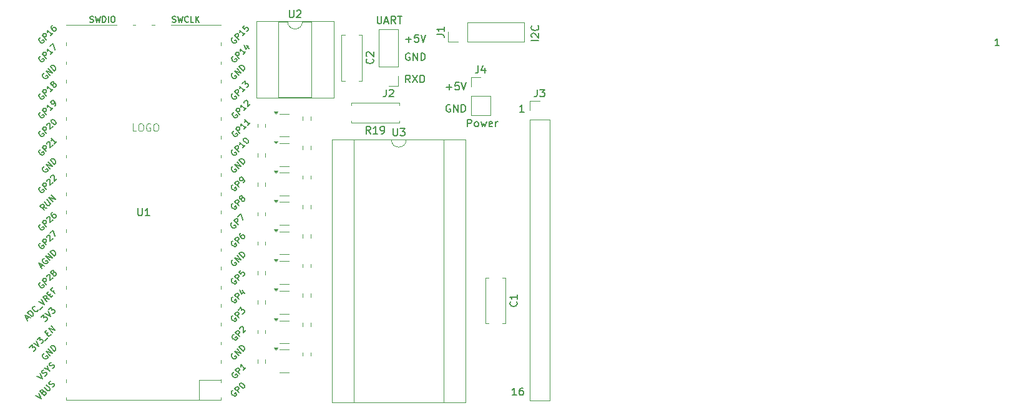
<source format=gbr>
%TF.GenerationSoftware,KiCad,Pcbnew,8.0.5*%
%TF.CreationDate,2024-11-17T15:10:29-05:00*%
%TF.ProjectId,kb-usb-to-coco,6b622d75-7362-42d7-946f-2d636f636f2e,rev?*%
%TF.SameCoordinates,Original*%
%TF.FileFunction,Legend,Top*%
%TF.FilePolarity,Positive*%
%FSLAX46Y46*%
G04 Gerber Fmt 4.6, Leading zero omitted, Abs format (unit mm)*
G04 Created by KiCad (PCBNEW 8.0.5) date 2024-11-17 15:10:29*
%MOMM*%
%LPD*%
G01*
G04 APERTURE LIST*
%ADD10C,0.150000*%
%ADD11C,0.100000*%
%ADD12C,0.120000*%
G04 APERTURE END LIST*
D10*
X164710839Y-79369819D02*
X164710839Y-78369819D01*
X164710839Y-78369819D02*
X165091791Y-78369819D01*
X165091791Y-78369819D02*
X165187029Y-78417438D01*
X165187029Y-78417438D02*
X165234648Y-78465057D01*
X165234648Y-78465057D02*
X165282267Y-78560295D01*
X165282267Y-78560295D02*
X165282267Y-78703152D01*
X165282267Y-78703152D02*
X165234648Y-78798390D01*
X165234648Y-78798390D02*
X165187029Y-78846009D01*
X165187029Y-78846009D02*
X165091791Y-78893628D01*
X165091791Y-78893628D02*
X164710839Y-78893628D01*
X165853696Y-79369819D02*
X165758458Y-79322200D01*
X165758458Y-79322200D02*
X165710839Y-79274580D01*
X165710839Y-79274580D02*
X165663220Y-79179342D01*
X165663220Y-79179342D02*
X165663220Y-78893628D01*
X165663220Y-78893628D02*
X165710839Y-78798390D01*
X165710839Y-78798390D02*
X165758458Y-78750771D01*
X165758458Y-78750771D02*
X165853696Y-78703152D01*
X165853696Y-78703152D02*
X165996553Y-78703152D01*
X165996553Y-78703152D02*
X166091791Y-78750771D01*
X166091791Y-78750771D02*
X166139410Y-78798390D01*
X166139410Y-78798390D02*
X166187029Y-78893628D01*
X166187029Y-78893628D02*
X166187029Y-79179342D01*
X166187029Y-79179342D02*
X166139410Y-79274580D01*
X166139410Y-79274580D02*
X166091791Y-79322200D01*
X166091791Y-79322200D02*
X165996553Y-79369819D01*
X165996553Y-79369819D02*
X165853696Y-79369819D01*
X166520363Y-78703152D02*
X166710839Y-79369819D01*
X166710839Y-79369819D02*
X166901315Y-78893628D01*
X166901315Y-78893628D02*
X167091791Y-79369819D01*
X167091791Y-79369819D02*
X167282267Y-78703152D01*
X168044172Y-79322200D02*
X167948934Y-79369819D01*
X167948934Y-79369819D02*
X167758458Y-79369819D01*
X167758458Y-79369819D02*
X167663220Y-79322200D01*
X167663220Y-79322200D02*
X167615601Y-79226961D01*
X167615601Y-79226961D02*
X167615601Y-78846009D01*
X167615601Y-78846009D02*
X167663220Y-78750771D01*
X167663220Y-78750771D02*
X167758458Y-78703152D01*
X167758458Y-78703152D02*
X167948934Y-78703152D01*
X167948934Y-78703152D02*
X168044172Y-78750771D01*
X168044172Y-78750771D02*
X168091791Y-78846009D01*
X168091791Y-78846009D02*
X168091791Y-78941247D01*
X168091791Y-78941247D02*
X167615601Y-79036485D01*
X168520363Y-79369819D02*
X168520363Y-78703152D01*
X168520363Y-78893628D02*
X168567982Y-78798390D01*
X168567982Y-78798390D02*
X168615601Y-78750771D01*
X168615601Y-78750771D02*
X168710839Y-78703152D01*
X168710839Y-78703152D02*
X168806077Y-78703152D01*
X156908207Y-73369819D02*
X156574874Y-72893628D01*
X156336779Y-73369819D02*
X156336779Y-72369819D01*
X156336779Y-72369819D02*
X156717731Y-72369819D01*
X156717731Y-72369819D02*
X156812969Y-72417438D01*
X156812969Y-72417438D02*
X156860588Y-72465057D01*
X156860588Y-72465057D02*
X156908207Y-72560295D01*
X156908207Y-72560295D02*
X156908207Y-72703152D01*
X156908207Y-72703152D02*
X156860588Y-72798390D01*
X156860588Y-72798390D02*
X156812969Y-72846009D01*
X156812969Y-72846009D02*
X156717731Y-72893628D01*
X156717731Y-72893628D02*
X156336779Y-72893628D01*
X157241541Y-72369819D02*
X157908207Y-73369819D01*
X157908207Y-72369819D02*
X157241541Y-73369819D01*
X158289160Y-73369819D02*
X158289160Y-72369819D01*
X158289160Y-72369819D02*
X158527255Y-72369819D01*
X158527255Y-72369819D02*
X158670112Y-72417438D01*
X158670112Y-72417438D02*
X158765350Y-72512676D01*
X158765350Y-72512676D02*
X158812969Y-72607914D01*
X158812969Y-72607914D02*
X158860588Y-72798390D01*
X158860588Y-72798390D02*
X158860588Y-72941247D01*
X158860588Y-72941247D02*
X158812969Y-73131723D01*
X158812969Y-73131723D02*
X158765350Y-73226961D01*
X158765350Y-73226961D02*
X158670112Y-73322200D01*
X158670112Y-73322200D02*
X158527255Y-73369819D01*
X158527255Y-73369819D02*
X158289160Y-73369819D01*
X156860588Y-69417438D02*
X156765350Y-69369819D01*
X156765350Y-69369819D02*
X156622493Y-69369819D01*
X156622493Y-69369819D02*
X156479636Y-69417438D01*
X156479636Y-69417438D02*
X156384398Y-69512676D01*
X156384398Y-69512676D02*
X156336779Y-69607914D01*
X156336779Y-69607914D02*
X156289160Y-69798390D01*
X156289160Y-69798390D02*
X156289160Y-69941247D01*
X156289160Y-69941247D02*
X156336779Y-70131723D01*
X156336779Y-70131723D02*
X156384398Y-70226961D01*
X156384398Y-70226961D02*
X156479636Y-70322200D01*
X156479636Y-70322200D02*
X156622493Y-70369819D01*
X156622493Y-70369819D02*
X156717731Y-70369819D01*
X156717731Y-70369819D02*
X156860588Y-70322200D01*
X156860588Y-70322200D02*
X156908207Y-70274580D01*
X156908207Y-70274580D02*
X156908207Y-69941247D01*
X156908207Y-69941247D02*
X156717731Y-69941247D01*
X157336779Y-70369819D02*
X157336779Y-69369819D01*
X157336779Y-69369819D02*
X157908207Y-70369819D01*
X157908207Y-70369819D02*
X157908207Y-69369819D01*
X158384398Y-70369819D02*
X158384398Y-69369819D01*
X158384398Y-69369819D02*
X158622493Y-69369819D01*
X158622493Y-69369819D02*
X158765350Y-69417438D01*
X158765350Y-69417438D02*
X158860588Y-69512676D01*
X158860588Y-69512676D02*
X158908207Y-69607914D01*
X158908207Y-69607914D02*
X158955826Y-69798390D01*
X158955826Y-69798390D02*
X158955826Y-69941247D01*
X158955826Y-69941247D02*
X158908207Y-70131723D01*
X158908207Y-70131723D02*
X158860588Y-70226961D01*
X158860588Y-70226961D02*
X158765350Y-70322200D01*
X158765350Y-70322200D02*
X158622493Y-70369819D01*
X158622493Y-70369819D02*
X158384398Y-70369819D01*
X156336779Y-67488866D02*
X157098684Y-67488866D01*
X156717731Y-67869819D02*
X156717731Y-67107914D01*
X158051064Y-66869819D02*
X157574874Y-66869819D01*
X157574874Y-66869819D02*
X157527255Y-67346009D01*
X157527255Y-67346009D02*
X157574874Y-67298390D01*
X157574874Y-67298390D02*
X157670112Y-67250771D01*
X157670112Y-67250771D02*
X157908207Y-67250771D01*
X157908207Y-67250771D02*
X158003445Y-67298390D01*
X158003445Y-67298390D02*
X158051064Y-67346009D01*
X158051064Y-67346009D02*
X158098683Y-67441247D01*
X158098683Y-67441247D02*
X158098683Y-67679342D01*
X158098683Y-67679342D02*
X158051064Y-67774580D01*
X158051064Y-67774580D02*
X158003445Y-67822200D01*
X158003445Y-67822200D02*
X157908207Y-67869819D01*
X157908207Y-67869819D02*
X157670112Y-67869819D01*
X157670112Y-67869819D02*
X157574874Y-67822200D01*
X157574874Y-67822200D02*
X157527255Y-67774580D01*
X158384398Y-66869819D02*
X158717731Y-67869819D01*
X158717731Y-67869819D02*
X159051064Y-66869819D01*
X152472744Y-64369819D02*
X152472744Y-65179342D01*
X152472744Y-65179342D02*
X152520363Y-65274580D01*
X152520363Y-65274580D02*
X152567982Y-65322200D01*
X152567982Y-65322200D02*
X152663220Y-65369819D01*
X152663220Y-65369819D02*
X152853696Y-65369819D01*
X152853696Y-65369819D02*
X152948934Y-65322200D01*
X152948934Y-65322200D02*
X152996553Y-65274580D01*
X152996553Y-65274580D02*
X153044172Y-65179342D01*
X153044172Y-65179342D02*
X153044172Y-64369819D01*
X153472744Y-65084104D02*
X153948934Y-65084104D01*
X153377506Y-65369819D02*
X153710839Y-64369819D01*
X153710839Y-64369819D02*
X154044172Y-65369819D01*
X154948934Y-65369819D02*
X154615601Y-64893628D01*
X154377506Y-65369819D02*
X154377506Y-64369819D01*
X154377506Y-64369819D02*
X154758458Y-64369819D01*
X154758458Y-64369819D02*
X154853696Y-64417438D01*
X154853696Y-64417438D02*
X154901315Y-64465057D01*
X154901315Y-64465057D02*
X154948934Y-64560295D01*
X154948934Y-64560295D02*
X154948934Y-64703152D01*
X154948934Y-64703152D02*
X154901315Y-64798390D01*
X154901315Y-64798390D02*
X154853696Y-64846009D01*
X154853696Y-64846009D02*
X154758458Y-64893628D01*
X154758458Y-64893628D02*
X154377506Y-64893628D01*
X155234649Y-64369819D02*
X155806077Y-64369819D01*
X155520363Y-65369819D02*
X155520363Y-64369819D01*
X174369819Y-67663220D02*
X173369819Y-67663220D01*
X173465057Y-67234649D02*
X173417438Y-67187030D01*
X173417438Y-67187030D02*
X173369819Y-67091792D01*
X173369819Y-67091792D02*
X173369819Y-66853697D01*
X173369819Y-66853697D02*
X173417438Y-66758459D01*
X173417438Y-66758459D02*
X173465057Y-66710840D01*
X173465057Y-66710840D02*
X173560295Y-66663221D01*
X173560295Y-66663221D02*
X173655533Y-66663221D01*
X173655533Y-66663221D02*
X173798390Y-66710840D01*
X173798390Y-66710840D02*
X174369819Y-67282268D01*
X174369819Y-67282268D02*
X174369819Y-66663221D01*
X174274580Y-65663221D02*
X174322200Y-65710840D01*
X174322200Y-65710840D02*
X174369819Y-65853697D01*
X174369819Y-65853697D02*
X174369819Y-65948935D01*
X174369819Y-65948935D02*
X174322200Y-66091792D01*
X174322200Y-66091792D02*
X174226961Y-66187030D01*
X174226961Y-66187030D02*
X174131723Y-66234649D01*
X174131723Y-66234649D02*
X173941247Y-66282268D01*
X173941247Y-66282268D02*
X173798390Y-66282268D01*
X173798390Y-66282268D02*
X173607914Y-66234649D01*
X173607914Y-66234649D02*
X173512676Y-66187030D01*
X173512676Y-66187030D02*
X173417438Y-66091792D01*
X173417438Y-66091792D02*
X173369819Y-65948935D01*
X173369819Y-65948935D02*
X173369819Y-65853697D01*
X173369819Y-65853697D02*
X173417438Y-65710840D01*
X173417438Y-65710840D02*
X173465057Y-65663221D01*
X162360588Y-76417438D02*
X162265350Y-76369819D01*
X162265350Y-76369819D02*
X162122493Y-76369819D01*
X162122493Y-76369819D02*
X161979636Y-76417438D01*
X161979636Y-76417438D02*
X161884398Y-76512676D01*
X161884398Y-76512676D02*
X161836779Y-76607914D01*
X161836779Y-76607914D02*
X161789160Y-76798390D01*
X161789160Y-76798390D02*
X161789160Y-76941247D01*
X161789160Y-76941247D02*
X161836779Y-77131723D01*
X161836779Y-77131723D02*
X161884398Y-77226961D01*
X161884398Y-77226961D02*
X161979636Y-77322200D01*
X161979636Y-77322200D02*
X162122493Y-77369819D01*
X162122493Y-77369819D02*
X162217731Y-77369819D01*
X162217731Y-77369819D02*
X162360588Y-77322200D01*
X162360588Y-77322200D02*
X162408207Y-77274580D01*
X162408207Y-77274580D02*
X162408207Y-76941247D01*
X162408207Y-76941247D02*
X162217731Y-76941247D01*
X162836779Y-77369819D02*
X162836779Y-76369819D01*
X162836779Y-76369819D02*
X163408207Y-77369819D01*
X163408207Y-77369819D02*
X163408207Y-76369819D01*
X163884398Y-77369819D02*
X163884398Y-76369819D01*
X163884398Y-76369819D02*
X164122493Y-76369819D01*
X164122493Y-76369819D02*
X164265350Y-76417438D01*
X164265350Y-76417438D02*
X164360588Y-76512676D01*
X164360588Y-76512676D02*
X164408207Y-76607914D01*
X164408207Y-76607914D02*
X164455826Y-76798390D01*
X164455826Y-76798390D02*
X164455826Y-76941247D01*
X164455826Y-76941247D02*
X164408207Y-77131723D01*
X164408207Y-77131723D02*
X164360588Y-77226961D01*
X164360588Y-77226961D02*
X164265350Y-77322200D01*
X164265350Y-77322200D02*
X164122493Y-77369819D01*
X164122493Y-77369819D02*
X163884398Y-77369819D01*
X171360588Y-115869819D02*
X170789160Y-115869819D01*
X171074874Y-115869819D02*
X171074874Y-114869819D01*
X171074874Y-114869819D02*
X170979636Y-115012676D01*
X170979636Y-115012676D02*
X170884398Y-115107914D01*
X170884398Y-115107914D02*
X170789160Y-115155533D01*
X172217731Y-114869819D02*
X172027255Y-114869819D01*
X172027255Y-114869819D02*
X171932017Y-114917438D01*
X171932017Y-114917438D02*
X171884398Y-114965057D01*
X171884398Y-114965057D02*
X171789160Y-115107914D01*
X171789160Y-115107914D02*
X171741541Y-115298390D01*
X171741541Y-115298390D02*
X171741541Y-115679342D01*
X171741541Y-115679342D02*
X171789160Y-115774580D01*
X171789160Y-115774580D02*
X171836779Y-115822200D01*
X171836779Y-115822200D02*
X171932017Y-115869819D01*
X171932017Y-115869819D02*
X172122493Y-115869819D01*
X172122493Y-115869819D02*
X172217731Y-115822200D01*
X172217731Y-115822200D02*
X172265350Y-115774580D01*
X172265350Y-115774580D02*
X172312969Y-115679342D01*
X172312969Y-115679342D02*
X172312969Y-115441247D01*
X172312969Y-115441247D02*
X172265350Y-115346009D01*
X172265350Y-115346009D02*
X172217731Y-115298390D01*
X172217731Y-115298390D02*
X172122493Y-115250771D01*
X172122493Y-115250771D02*
X171932017Y-115250771D01*
X171932017Y-115250771D02*
X171836779Y-115298390D01*
X171836779Y-115298390D02*
X171789160Y-115346009D01*
X171789160Y-115346009D02*
X171741541Y-115441247D01*
X172360588Y-77369819D02*
X171789160Y-77369819D01*
X172074874Y-77369819D02*
X172074874Y-76369819D01*
X172074874Y-76369819D02*
X171979636Y-76512676D01*
X171979636Y-76512676D02*
X171884398Y-76607914D01*
X171884398Y-76607914D02*
X171789160Y-76655533D01*
X236860588Y-68369819D02*
X236289160Y-68369819D01*
X236574874Y-68369819D02*
X236574874Y-67369819D01*
X236574874Y-67369819D02*
X236479636Y-67512676D01*
X236479636Y-67512676D02*
X236384398Y-67607914D01*
X236384398Y-67607914D02*
X236289160Y-67655533D01*
X161836779Y-73988866D02*
X162598684Y-73988866D01*
X162217731Y-74369819D02*
X162217731Y-73607914D01*
X163551064Y-73369819D02*
X163074874Y-73369819D01*
X163074874Y-73369819D02*
X163027255Y-73846009D01*
X163027255Y-73846009D02*
X163074874Y-73798390D01*
X163074874Y-73798390D02*
X163170112Y-73750771D01*
X163170112Y-73750771D02*
X163408207Y-73750771D01*
X163408207Y-73750771D02*
X163503445Y-73798390D01*
X163503445Y-73798390D02*
X163551064Y-73846009D01*
X163551064Y-73846009D02*
X163598683Y-73941247D01*
X163598683Y-73941247D02*
X163598683Y-74179342D01*
X163598683Y-74179342D02*
X163551064Y-74274580D01*
X163551064Y-74274580D02*
X163503445Y-74322200D01*
X163503445Y-74322200D02*
X163408207Y-74369819D01*
X163408207Y-74369819D02*
X163170112Y-74369819D01*
X163170112Y-74369819D02*
X163074874Y-74322200D01*
X163074874Y-74322200D02*
X163027255Y-74274580D01*
X163884398Y-73369819D02*
X164217731Y-74369819D01*
X164217731Y-74369819D02*
X164551064Y-73369819D01*
D11*
X119761904Y-79957419D02*
X119285714Y-79957419D01*
X119285714Y-79957419D02*
X119285714Y-78957419D01*
X120285714Y-78957419D02*
X120476190Y-78957419D01*
X120476190Y-78957419D02*
X120571428Y-79005038D01*
X120571428Y-79005038D02*
X120666666Y-79100276D01*
X120666666Y-79100276D02*
X120714285Y-79290752D01*
X120714285Y-79290752D02*
X120714285Y-79624085D01*
X120714285Y-79624085D02*
X120666666Y-79814561D01*
X120666666Y-79814561D02*
X120571428Y-79909800D01*
X120571428Y-79909800D02*
X120476190Y-79957419D01*
X120476190Y-79957419D02*
X120285714Y-79957419D01*
X120285714Y-79957419D02*
X120190476Y-79909800D01*
X120190476Y-79909800D02*
X120095238Y-79814561D01*
X120095238Y-79814561D02*
X120047619Y-79624085D01*
X120047619Y-79624085D02*
X120047619Y-79290752D01*
X120047619Y-79290752D02*
X120095238Y-79100276D01*
X120095238Y-79100276D02*
X120190476Y-79005038D01*
X120190476Y-79005038D02*
X120285714Y-78957419D01*
X121666666Y-79005038D02*
X121571428Y-78957419D01*
X121571428Y-78957419D02*
X121428571Y-78957419D01*
X121428571Y-78957419D02*
X121285714Y-79005038D01*
X121285714Y-79005038D02*
X121190476Y-79100276D01*
X121190476Y-79100276D02*
X121142857Y-79195514D01*
X121142857Y-79195514D02*
X121095238Y-79385990D01*
X121095238Y-79385990D02*
X121095238Y-79528847D01*
X121095238Y-79528847D02*
X121142857Y-79719323D01*
X121142857Y-79719323D02*
X121190476Y-79814561D01*
X121190476Y-79814561D02*
X121285714Y-79909800D01*
X121285714Y-79909800D02*
X121428571Y-79957419D01*
X121428571Y-79957419D02*
X121523809Y-79957419D01*
X121523809Y-79957419D02*
X121666666Y-79909800D01*
X121666666Y-79909800D02*
X121714285Y-79862180D01*
X121714285Y-79862180D02*
X121714285Y-79528847D01*
X121714285Y-79528847D02*
X121523809Y-79528847D01*
X122333333Y-78957419D02*
X122523809Y-78957419D01*
X122523809Y-78957419D02*
X122619047Y-79005038D01*
X122619047Y-79005038D02*
X122714285Y-79100276D01*
X122714285Y-79100276D02*
X122761904Y-79290752D01*
X122761904Y-79290752D02*
X122761904Y-79624085D01*
X122761904Y-79624085D02*
X122714285Y-79814561D01*
X122714285Y-79814561D02*
X122619047Y-79909800D01*
X122619047Y-79909800D02*
X122523809Y-79957419D01*
X122523809Y-79957419D02*
X122333333Y-79957419D01*
X122333333Y-79957419D02*
X122238095Y-79909800D01*
X122238095Y-79909800D02*
X122142857Y-79814561D01*
X122142857Y-79814561D02*
X122095238Y-79624085D01*
X122095238Y-79624085D02*
X122095238Y-79290752D01*
X122095238Y-79290752D02*
X122142857Y-79100276D01*
X122142857Y-79100276D02*
X122238095Y-79005038D01*
X122238095Y-79005038D02*
X122333333Y-78957419D01*
D10*
X140548095Y-63544819D02*
X140548095Y-64354342D01*
X140548095Y-64354342D02*
X140595714Y-64449580D01*
X140595714Y-64449580D02*
X140643333Y-64497200D01*
X140643333Y-64497200D02*
X140738571Y-64544819D01*
X140738571Y-64544819D02*
X140929047Y-64544819D01*
X140929047Y-64544819D02*
X141024285Y-64497200D01*
X141024285Y-64497200D02*
X141071904Y-64449580D01*
X141071904Y-64449580D02*
X141119523Y-64354342D01*
X141119523Y-64354342D02*
X141119523Y-63544819D01*
X141548095Y-63640057D02*
X141595714Y-63592438D01*
X141595714Y-63592438D02*
X141690952Y-63544819D01*
X141690952Y-63544819D02*
X141929047Y-63544819D01*
X141929047Y-63544819D02*
X142024285Y-63592438D01*
X142024285Y-63592438D02*
X142071904Y-63640057D01*
X142071904Y-63640057D02*
X142119523Y-63735295D01*
X142119523Y-63735295D02*
X142119523Y-63830533D01*
X142119523Y-63830533D02*
X142071904Y-63973390D01*
X142071904Y-63973390D02*
X141500476Y-64544819D01*
X141500476Y-64544819D02*
X142119523Y-64544819D01*
X120013095Y-90454819D02*
X120013095Y-91264342D01*
X120013095Y-91264342D02*
X120060714Y-91359580D01*
X120060714Y-91359580D02*
X120108333Y-91407200D01*
X120108333Y-91407200D02*
X120203571Y-91454819D01*
X120203571Y-91454819D02*
X120394047Y-91454819D01*
X120394047Y-91454819D02*
X120489285Y-91407200D01*
X120489285Y-91407200D02*
X120536904Y-91359580D01*
X120536904Y-91359580D02*
X120584523Y-91264342D01*
X120584523Y-91264342D02*
X120584523Y-90454819D01*
X121584523Y-91454819D02*
X121013095Y-91454819D01*
X121298809Y-91454819D02*
X121298809Y-90454819D01*
X121298809Y-90454819D02*
X121203571Y-90597676D01*
X121203571Y-90597676D02*
X121108333Y-90692914D01*
X121108333Y-90692914D02*
X121013095Y-90740533D01*
X133018998Y-79960868D02*
X132938185Y-79987805D01*
X132938185Y-79987805D02*
X132857373Y-80068618D01*
X132857373Y-80068618D02*
X132803498Y-80176367D01*
X132803498Y-80176367D02*
X132803498Y-80284117D01*
X132803498Y-80284117D02*
X132830436Y-80364929D01*
X132830436Y-80364929D02*
X132911248Y-80499616D01*
X132911248Y-80499616D02*
X132992060Y-80580428D01*
X132992060Y-80580428D02*
X133126747Y-80661241D01*
X133126747Y-80661241D02*
X133207560Y-80688178D01*
X133207560Y-80688178D02*
X133315309Y-80688178D01*
X133315309Y-80688178D02*
X133423059Y-80634303D01*
X133423059Y-80634303D02*
X133476934Y-80580428D01*
X133476934Y-80580428D02*
X133530808Y-80472679D01*
X133530808Y-80472679D02*
X133530808Y-80418804D01*
X133530808Y-80418804D02*
X133342247Y-80230242D01*
X133342247Y-80230242D02*
X133234497Y-80337992D01*
X133827120Y-80230242D02*
X133261434Y-79664557D01*
X133261434Y-79664557D02*
X133476934Y-79449057D01*
X133476934Y-79449057D02*
X133557746Y-79422120D01*
X133557746Y-79422120D02*
X133611621Y-79422120D01*
X133611621Y-79422120D02*
X133692433Y-79449057D01*
X133692433Y-79449057D02*
X133773245Y-79529870D01*
X133773245Y-79529870D02*
X133800182Y-79610682D01*
X133800182Y-79610682D02*
X133800182Y-79664557D01*
X133800182Y-79664557D02*
X133773245Y-79745369D01*
X133773245Y-79745369D02*
X133557746Y-79960868D01*
X134689117Y-79368245D02*
X134365868Y-79691494D01*
X134527492Y-79529870D02*
X133961807Y-78964184D01*
X133961807Y-78964184D02*
X133988744Y-79098871D01*
X133988744Y-79098871D02*
X133988744Y-79206621D01*
X133988744Y-79206621D02*
X133961807Y-79287433D01*
X135227865Y-78829497D02*
X134904616Y-79152746D01*
X135066240Y-78991121D02*
X134500555Y-78425436D01*
X134500555Y-78425436D02*
X134527492Y-78560123D01*
X134527492Y-78560123D02*
X134527492Y-78667873D01*
X134527492Y-78667873D02*
X134500555Y-78748685D01*
X106818873Y-98441240D02*
X107088247Y-98171866D01*
X106926623Y-98656739D02*
X106549499Y-97902492D01*
X106549499Y-97902492D02*
X107303746Y-98279615D01*
X107249871Y-97255994D02*
X107169059Y-97282932D01*
X107169059Y-97282932D02*
X107088247Y-97363744D01*
X107088247Y-97363744D02*
X107034372Y-97471494D01*
X107034372Y-97471494D02*
X107034372Y-97579243D01*
X107034372Y-97579243D02*
X107061310Y-97660055D01*
X107061310Y-97660055D02*
X107142122Y-97794742D01*
X107142122Y-97794742D02*
X107222934Y-97875555D01*
X107222934Y-97875555D02*
X107357621Y-97956367D01*
X107357621Y-97956367D02*
X107438433Y-97983304D01*
X107438433Y-97983304D02*
X107546183Y-97983304D01*
X107546183Y-97983304D02*
X107653932Y-97929429D01*
X107653932Y-97929429D02*
X107707807Y-97875555D01*
X107707807Y-97875555D02*
X107761682Y-97767805D01*
X107761682Y-97767805D02*
X107761682Y-97713930D01*
X107761682Y-97713930D02*
X107573120Y-97525368D01*
X107573120Y-97525368D02*
X107465371Y-97633118D01*
X108057993Y-97525368D02*
X107492308Y-96959683D01*
X107492308Y-96959683D02*
X108381242Y-97202120D01*
X108381242Y-97202120D02*
X107815557Y-96636434D01*
X108650616Y-96932746D02*
X108084931Y-96367060D01*
X108084931Y-96367060D02*
X108219618Y-96232373D01*
X108219618Y-96232373D02*
X108327367Y-96178498D01*
X108327367Y-96178498D02*
X108435117Y-96178498D01*
X108435117Y-96178498D02*
X108515929Y-96205436D01*
X108515929Y-96205436D02*
X108650616Y-96286248D01*
X108650616Y-96286248D02*
X108731428Y-96367060D01*
X108731428Y-96367060D02*
X108812241Y-96501747D01*
X108812241Y-96501747D02*
X108839178Y-96582560D01*
X108839178Y-96582560D02*
X108839178Y-96690309D01*
X108839178Y-96690309D02*
X108785303Y-96798059D01*
X108785303Y-96798059D02*
X108650616Y-96932746D01*
X107261435Y-72098431D02*
X107180623Y-72125368D01*
X107180623Y-72125368D02*
X107099811Y-72206180D01*
X107099811Y-72206180D02*
X107045936Y-72313930D01*
X107045936Y-72313930D02*
X107045936Y-72421680D01*
X107045936Y-72421680D02*
X107072873Y-72502492D01*
X107072873Y-72502492D02*
X107153685Y-72637179D01*
X107153685Y-72637179D02*
X107234498Y-72717991D01*
X107234498Y-72717991D02*
X107369185Y-72798803D01*
X107369185Y-72798803D02*
X107449997Y-72825741D01*
X107449997Y-72825741D02*
X107557746Y-72825741D01*
X107557746Y-72825741D02*
X107665496Y-72771866D01*
X107665496Y-72771866D02*
X107719371Y-72717991D01*
X107719371Y-72717991D02*
X107773246Y-72610241D01*
X107773246Y-72610241D02*
X107773246Y-72556367D01*
X107773246Y-72556367D02*
X107584684Y-72367805D01*
X107584684Y-72367805D02*
X107476934Y-72475554D01*
X108069557Y-72367805D02*
X107503872Y-71802119D01*
X107503872Y-71802119D02*
X108392806Y-72044556D01*
X108392806Y-72044556D02*
X107827120Y-71478871D01*
X108662180Y-71775182D02*
X108096494Y-71209497D01*
X108096494Y-71209497D02*
X108231181Y-71074810D01*
X108231181Y-71074810D02*
X108338931Y-71020935D01*
X108338931Y-71020935D02*
X108446680Y-71020935D01*
X108446680Y-71020935D02*
X108527493Y-71047872D01*
X108527493Y-71047872D02*
X108662180Y-71128685D01*
X108662180Y-71128685D02*
X108742992Y-71209497D01*
X108742992Y-71209497D02*
X108823804Y-71344184D01*
X108823804Y-71344184D02*
X108850741Y-71424996D01*
X108850741Y-71424996D02*
X108850741Y-71532746D01*
X108850741Y-71532746D02*
X108796867Y-71640495D01*
X108796867Y-71640495D02*
X108662180Y-71775182D01*
X106128406Y-115927585D02*
X106882653Y-116304709D01*
X106882653Y-116304709D02*
X106505529Y-115550462D01*
X107152027Y-115442712D02*
X107259776Y-115388838D01*
X107259776Y-115388838D02*
X107313651Y-115388838D01*
X107313651Y-115388838D02*
X107394463Y-115415775D01*
X107394463Y-115415775D02*
X107475276Y-115496587D01*
X107475276Y-115496587D02*
X107502213Y-115577399D01*
X107502213Y-115577399D02*
X107502213Y-115631274D01*
X107502213Y-115631274D02*
X107475276Y-115712086D01*
X107475276Y-115712086D02*
X107259776Y-115927586D01*
X107259776Y-115927586D02*
X106694091Y-115361900D01*
X106694091Y-115361900D02*
X106882653Y-115173338D01*
X106882653Y-115173338D02*
X106963465Y-115146401D01*
X106963465Y-115146401D02*
X107017340Y-115146401D01*
X107017340Y-115146401D02*
X107098152Y-115173338D01*
X107098152Y-115173338D02*
X107152027Y-115227213D01*
X107152027Y-115227213D02*
X107178964Y-115308025D01*
X107178964Y-115308025D02*
X107178964Y-115361900D01*
X107178964Y-115361900D02*
X107152027Y-115442712D01*
X107152027Y-115442712D02*
X106963465Y-115631274D01*
X107259776Y-114796215D02*
X107717712Y-115254151D01*
X107717712Y-115254151D02*
X107798524Y-115281088D01*
X107798524Y-115281088D02*
X107852399Y-115281088D01*
X107852399Y-115281088D02*
X107933211Y-115254151D01*
X107933211Y-115254151D02*
X108040961Y-115146401D01*
X108040961Y-115146401D02*
X108067898Y-115065589D01*
X108067898Y-115065589D02*
X108067898Y-115011714D01*
X108067898Y-115011714D02*
X108040961Y-114930902D01*
X108040961Y-114930902D02*
X107583025Y-114472966D01*
X108364210Y-114769277D02*
X108471959Y-114715403D01*
X108471959Y-114715403D02*
X108606646Y-114580716D01*
X108606646Y-114580716D02*
X108633584Y-114499903D01*
X108633584Y-114499903D02*
X108633584Y-114446029D01*
X108633584Y-114446029D02*
X108606646Y-114365216D01*
X108606646Y-114365216D02*
X108552771Y-114311342D01*
X108552771Y-114311342D02*
X108471959Y-114284404D01*
X108471959Y-114284404D02*
X108418084Y-114284404D01*
X108418084Y-114284404D02*
X108337272Y-114311342D01*
X108337272Y-114311342D02*
X108202585Y-114392154D01*
X108202585Y-114392154D02*
X108121773Y-114419091D01*
X108121773Y-114419091D02*
X108067898Y-114419091D01*
X108067898Y-114419091D02*
X107987086Y-114392154D01*
X107987086Y-114392154D02*
X107933211Y-114338279D01*
X107933211Y-114338279D02*
X107906274Y-114257467D01*
X107906274Y-114257467D02*
X107906274Y-114203592D01*
X107906274Y-114203592D02*
X107933211Y-114122780D01*
X107933211Y-114122780D02*
X108067898Y-113988093D01*
X108067898Y-113988093D02*
X108175648Y-113934218D01*
X107261435Y-110198431D02*
X107180623Y-110225368D01*
X107180623Y-110225368D02*
X107099811Y-110306180D01*
X107099811Y-110306180D02*
X107045936Y-110413930D01*
X107045936Y-110413930D02*
X107045936Y-110521680D01*
X107045936Y-110521680D02*
X107072873Y-110602492D01*
X107072873Y-110602492D02*
X107153685Y-110737179D01*
X107153685Y-110737179D02*
X107234498Y-110817991D01*
X107234498Y-110817991D02*
X107369185Y-110898803D01*
X107369185Y-110898803D02*
X107449997Y-110925741D01*
X107449997Y-110925741D02*
X107557746Y-110925741D01*
X107557746Y-110925741D02*
X107665496Y-110871866D01*
X107665496Y-110871866D02*
X107719371Y-110817991D01*
X107719371Y-110817991D02*
X107773246Y-110710241D01*
X107773246Y-110710241D02*
X107773246Y-110656367D01*
X107773246Y-110656367D02*
X107584684Y-110467805D01*
X107584684Y-110467805D02*
X107476934Y-110575554D01*
X108069557Y-110467805D02*
X107503872Y-109902119D01*
X107503872Y-109902119D02*
X108392806Y-110144556D01*
X108392806Y-110144556D02*
X107827120Y-109578871D01*
X108662180Y-109875182D02*
X108096494Y-109309497D01*
X108096494Y-109309497D02*
X108231181Y-109174810D01*
X108231181Y-109174810D02*
X108338931Y-109120935D01*
X108338931Y-109120935D02*
X108446680Y-109120935D01*
X108446680Y-109120935D02*
X108527493Y-109147872D01*
X108527493Y-109147872D02*
X108662180Y-109228685D01*
X108662180Y-109228685D02*
X108742992Y-109309497D01*
X108742992Y-109309497D02*
X108823804Y-109444184D01*
X108823804Y-109444184D02*
X108850741Y-109524996D01*
X108850741Y-109524996D02*
X108850741Y-109632746D01*
X108850741Y-109632746D02*
X108796867Y-109740495D01*
X108796867Y-109740495D02*
X108662180Y-109875182D01*
X132872998Y-74880868D02*
X132792185Y-74907805D01*
X132792185Y-74907805D02*
X132711373Y-74988618D01*
X132711373Y-74988618D02*
X132657498Y-75096367D01*
X132657498Y-75096367D02*
X132657498Y-75204117D01*
X132657498Y-75204117D02*
X132684436Y-75284929D01*
X132684436Y-75284929D02*
X132765248Y-75419616D01*
X132765248Y-75419616D02*
X132846060Y-75500428D01*
X132846060Y-75500428D02*
X132980747Y-75581241D01*
X132980747Y-75581241D02*
X133061560Y-75608178D01*
X133061560Y-75608178D02*
X133169309Y-75608178D01*
X133169309Y-75608178D02*
X133277059Y-75554303D01*
X133277059Y-75554303D02*
X133330934Y-75500428D01*
X133330934Y-75500428D02*
X133384808Y-75392679D01*
X133384808Y-75392679D02*
X133384808Y-75338804D01*
X133384808Y-75338804D02*
X133196247Y-75150242D01*
X133196247Y-75150242D02*
X133088497Y-75257992D01*
X133681120Y-75150242D02*
X133115434Y-74584557D01*
X133115434Y-74584557D02*
X133330934Y-74369057D01*
X133330934Y-74369057D02*
X133411746Y-74342120D01*
X133411746Y-74342120D02*
X133465621Y-74342120D01*
X133465621Y-74342120D02*
X133546433Y-74369057D01*
X133546433Y-74369057D02*
X133627245Y-74449870D01*
X133627245Y-74449870D02*
X133654182Y-74530682D01*
X133654182Y-74530682D02*
X133654182Y-74584557D01*
X133654182Y-74584557D02*
X133627245Y-74665369D01*
X133627245Y-74665369D02*
X133411746Y-74880868D01*
X134543117Y-74288245D02*
X134219868Y-74611494D01*
X134381492Y-74449870D02*
X133815807Y-73884184D01*
X133815807Y-73884184D02*
X133842744Y-74018871D01*
X133842744Y-74018871D02*
X133842744Y-74126621D01*
X133842744Y-74126621D02*
X133815807Y-74207433D01*
X134165993Y-73533998D02*
X134516179Y-73183812D01*
X134516179Y-73183812D02*
X134543117Y-73587873D01*
X134543117Y-73587873D02*
X134623929Y-73507060D01*
X134623929Y-73507060D02*
X134704741Y-73480123D01*
X134704741Y-73480123D02*
X134758616Y-73480123D01*
X134758616Y-73480123D02*
X134839428Y-73507060D01*
X134839428Y-73507060D02*
X134974115Y-73641747D01*
X134974115Y-73641747D02*
X135001053Y-73722560D01*
X135001053Y-73722560D02*
X135001053Y-73776434D01*
X135001053Y-73776434D02*
X134974115Y-73857247D01*
X134974115Y-73857247D02*
X134812491Y-74018871D01*
X134812491Y-74018871D02*
X134731679Y-74045808D01*
X134731679Y-74045808D02*
X134677804Y-74045808D01*
X104930064Y-105534049D02*
X105199438Y-105264675D01*
X105037813Y-105749549D02*
X104660690Y-104995301D01*
X104660690Y-104995301D02*
X105414937Y-105372425D01*
X105603499Y-105183863D02*
X105037813Y-104618178D01*
X105037813Y-104618178D02*
X105172500Y-104483491D01*
X105172500Y-104483491D02*
X105280250Y-104429616D01*
X105280250Y-104429616D02*
X105387999Y-104429616D01*
X105387999Y-104429616D02*
X105468812Y-104456553D01*
X105468812Y-104456553D02*
X105603499Y-104537366D01*
X105603499Y-104537366D02*
X105684311Y-104618178D01*
X105684311Y-104618178D02*
X105765123Y-104752865D01*
X105765123Y-104752865D02*
X105792060Y-104833677D01*
X105792060Y-104833677D02*
X105792060Y-104941427D01*
X105792060Y-104941427D02*
X105738186Y-105049176D01*
X105738186Y-105049176D02*
X105603499Y-105183863D01*
X106438558Y-104241054D02*
X106438558Y-104294929D01*
X106438558Y-104294929D02*
X106384683Y-104402679D01*
X106384683Y-104402679D02*
X106330808Y-104456553D01*
X106330808Y-104456553D02*
X106223059Y-104510428D01*
X106223059Y-104510428D02*
X106115309Y-104510428D01*
X106115309Y-104510428D02*
X106034497Y-104483491D01*
X106034497Y-104483491D02*
X105899810Y-104402679D01*
X105899810Y-104402679D02*
X105818998Y-104321866D01*
X105818998Y-104321866D02*
X105738186Y-104187179D01*
X105738186Y-104187179D02*
X105711248Y-104106367D01*
X105711248Y-104106367D02*
X105711248Y-103998618D01*
X105711248Y-103998618D02*
X105765123Y-103890868D01*
X105765123Y-103890868D02*
X105818998Y-103836993D01*
X105818998Y-103836993D02*
X105926747Y-103783118D01*
X105926747Y-103783118D02*
X105980622Y-103783118D01*
X106654057Y-104241054D02*
X107085056Y-103810056D01*
X106519370Y-103136621D02*
X107273618Y-103513744D01*
X107273618Y-103513744D02*
X106896494Y-102759497D01*
X107973990Y-102813372D02*
X107516054Y-102732560D01*
X107650741Y-103136621D02*
X107085056Y-102570935D01*
X107085056Y-102570935D02*
X107300555Y-102355436D01*
X107300555Y-102355436D02*
X107381367Y-102328499D01*
X107381367Y-102328499D02*
X107435242Y-102328499D01*
X107435242Y-102328499D02*
X107516054Y-102355436D01*
X107516054Y-102355436D02*
X107596866Y-102436248D01*
X107596866Y-102436248D02*
X107623804Y-102517061D01*
X107623804Y-102517061D02*
X107623804Y-102570935D01*
X107623804Y-102570935D02*
X107596866Y-102651748D01*
X107596866Y-102651748D02*
X107381367Y-102867247D01*
X107920115Y-102274624D02*
X108108677Y-102086062D01*
X108485800Y-102301561D02*
X108216426Y-102570935D01*
X108216426Y-102570935D02*
X107650741Y-102005250D01*
X107650741Y-102005250D02*
X107920115Y-101735876D01*
X108620488Y-101574251D02*
X108431926Y-101762813D01*
X108728237Y-102059125D02*
X108162552Y-101493439D01*
X108162552Y-101493439D02*
X108431926Y-101224065D01*
X132888372Y-102551494D02*
X132807560Y-102578431D01*
X132807560Y-102578431D02*
X132726748Y-102659243D01*
X132726748Y-102659243D02*
X132672873Y-102766993D01*
X132672873Y-102766993D02*
X132672873Y-102874742D01*
X132672873Y-102874742D02*
X132699810Y-102955555D01*
X132699810Y-102955555D02*
X132780623Y-103090242D01*
X132780623Y-103090242D02*
X132861435Y-103171054D01*
X132861435Y-103171054D02*
X132996122Y-103251866D01*
X132996122Y-103251866D02*
X133076934Y-103278803D01*
X133076934Y-103278803D02*
X133184684Y-103278803D01*
X133184684Y-103278803D02*
X133292433Y-103224929D01*
X133292433Y-103224929D02*
X133346308Y-103171054D01*
X133346308Y-103171054D02*
X133400183Y-103063304D01*
X133400183Y-103063304D02*
X133400183Y-103009429D01*
X133400183Y-103009429D02*
X133211621Y-102820868D01*
X133211621Y-102820868D02*
X133103871Y-102928617D01*
X133696494Y-102820868D02*
X133130809Y-102255182D01*
X133130809Y-102255182D02*
X133346308Y-102039683D01*
X133346308Y-102039683D02*
X133427120Y-102012746D01*
X133427120Y-102012746D02*
X133480995Y-102012746D01*
X133480995Y-102012746D02*
X133561807Y-102039683D01*
X133561807Y-102039683D02*
X133642619Y-102120495D01*
X133642619Y-102120495D02*
X133669557Y-102201307D01*
X133669557Y-102201307D02*
X133669557Y-102255182D01*
X133669557Y-102255182D02*
X133642619Y-102335994D01*
X133642619Y-102335994D02*
X133427120Y-102551494D01*
X134127493Y-101635622D02*
X134504616Y-102012746D01*
X133777306Y-101554810D02*
X134046680Y-102093558D01*
X134046680Y-102093558D02*
X134396867Y-101743372D01*
X132788372Y-92421494D02*
X132707560Y-92448431D01*
X132707560Y-92448431D02*
X132626748Y-92529243D01*
X132626748Y-92529243D02*
X132572873Y-92636993D01*
X132572873Y-92636993D02*
X132572873Y-92744742D01*
X132572873Y-92744742D02*
X132599810Y-92825555D01*
X132599810Y-92825555D02*
X132680623Y-92960242D01*
X132680623Y-92960242D02*
X132761435Y-93041054D01*
X132761435Y-93041054D02*
X132896122Y-93121866D01*
X132896122Y-93121866D02*
X132976934Y-93148803D01*
X132976934Y-93148803D02*
X133084684Y-93148803D01*
X133084684Y-93148803D02*
X133192433Y-93094929D01*
X133192433Y-93094929D02*
X133246308Y-93041054D01*
X133246308Y-93041054D02*
X133300183Y-92933304D01*
X133300183Y-92933304D02*
X133300183Y-92879429D01*
X133300183Y-92879429D02*
X133111621Y-92690868D01*
X133111621Y-92690868D02*
X133003871Y-92798617D01*
X133596494Y-92690868D02*
X133030809Y-92125182D01*
X133030809Y-92125182D02*
X133246308Y-91909683D01*
X133246308Y-91909683D02*
X133327120Y-91882746D01*
X133327120Y-91882746D02*
X133380995Y-91882746D01*
X133380995Y-91882746D02*
X133461807Y-91909683D01*
X133461807Y-91909683D02*
X133542619Y-91990495D01*
X133542619Y-91990495D02*
X133569557Y-92071307D01*
X133569557Y-92071307D02*
X133569557Y-92125182D01*
X133569557Y-92125182D02*
X133542619Y-92205994D01*
X133542619Y-92205994D02*
X133327120Y-92421494D01*
X133542619Y-91613372D02*
X133919743Y-91236248D01*
X133919743Y-91236248D02*
X134242992Y-92044370D01*
X132872998Y-67260868D02*
X132792185Y-67287805D01*
X132792185Y-67287805D02*
X132711373Y-67368618D01*
X132711373Y-67368618D02*
X132657498Y-67476367D01*
X132657498Y-67476367D02*
X132657498Y-67584117D01*
X132657498Y-67584117D02*
X132684436Y-67664929D01*
X132684436Y-67664929D02*
X132765248Y-67799616D01*
X132765248Y-67799616D02*
X132846060Y-67880428D01*
X132846060Y-67880428D02*
X132980747Y-67961241D01*
X132980747Y-67961241D02*
X133061560Y-67988178D01*
X133061560Y-67988178D02*
X133169309Y-67988178D01*
X133169309Y-67988178D02*
X133277059Y-67934303D01*
X133277059Y-67934303D02*
X133330934Y-67880428D01*
X133330934Y-67880428D02*
X133384808Y-67772679D01*
X133384808Y-67772679D02*
X133384808Y-67718804D01*
X133384808Y-67718804D02*
X133196247Y-67530242D01*
X133196247Y-67530242D02*
X133088497Y-67637992D01*
X133681120Y-67530242D02*
X133115434Y-66964557D01*
X133115434Y-66964557D02*
X133330934Y-66749057D01*
X133330934Y-66749057D02*
X133411746Y-66722120D01*
X133411746Y-66722120D02*
X133465621Y-66722120D01*
X133465621Y-66722120D02*
X133546433Y-66749057D01*
X133546433Y-66749057D02*
X133627245Y-66829870D01*
X133627245Y-66829870D02*
X133654182Y-66910682D01*
X133654182Y-66910682D02*
X133654182Y-66964557D01*
X133654182Y-66964557D02*
X133627245Y-67045369D01*
X133627245Y-67045369D02*
X133411746Y-67260868D01*
X134543117Y-66668245D02*
X134219868Y-66991494D01*
X134381492Y-66829870D02*
X133815807Y-66264184D01*
X133815807Y-66264184D02*
X133842744Y-66398871D01*
X133842744Y-66398871D02*
X133842744Y-66506621D01*
X133842744Y-66506621D02*
X133815807Y-66587433D01*
X134489242Y-65590749D02*
X134219868Y-65860123D01*
X134219868Y-65860123D02*
X134462305Y-66156434D01*
X134462305Y-66156434D02*
X134462305Y-66102560D01*
X134462305Y-66102560D02*
X134489242Y-66021747D01*
X134489242Y-66021747D02*
X134623929Y-65887060D01*
X134623929Y-65887060D02*
X134704741Y-65860123D01*
X134704741Y-65860123D02*
X134758616Y-65860123D01*
X134758616Y-65860123D02*
X134839428Y-65887060D01*
X134839428Y-65887060D02*
X134974115Y-66021747D01*
X134974115Y-66021747D02*
X135001053Y-66102560D01*
X135001053Y-66102560D02*
X135001053Y-66156434D01*
X135001053Y-66156434D02*
X134974115Y-66237247D01*
X134974115Y-66237247D02*
X134839428Y-66371934D01*
X134839428Y-66371934D02*
X134758616Y-66398871D01*
X134758616Y-66398871D02*
X134704741Y-66398871D01*
X106764998Y-69800868D02*
X106684185Y-69827805D01*
X106684185Y-69827805D02*
X106603373Y-69908618D01*
X106603373Y-69908618D02*
X106549498Y-70016367D01*
X106549498Y-70016367D02*
X106549498Y-70124117D01*
X106549498Y-70124117D02*
X106576436Y-70204929D01*
X106576436Y-70204929D02*
X106657248Y-70339616D01*
X106657248Y-70339616D02*
X106738060Y-70420428D01*
X106738060Y-70420428D02*
X106872747Y-70501241D01*
X106872747Y-70501241D02*
X106953560Y-70528178D01*
X106953560Y-70528178D02*
X107061309Y-70528178D01*
X107061309Y-70528178D02*
X107169059Y-70474303D01*
X107169059Y-70474303D02*
X107222934Y-70420428D01*
X107222934Y-70420428D02*
X107276808Y-70312679D01*
X107276808Y-70312679D02*
X107276808Y-70258804D01*
X107276808Y-70258804D02*
X107088247Y-70070242D01*
X107088247Y-70070242D02*
X106980497Y-70177992D01*
X107573120Y-70070242D02*
X107007434Y-69504557D01*
X107007434Y-69504557D02*
X107222934Y-69289057D01*
X107222934Y-69289057D02*
X107303746Y-69262120D01*
X107303746Y-69262120D02*
X107357621Y-69262120D01*
X107357621Y-69262120D02*
X107438433Y-69289057D01*
X107438433Y-69289057D02*
X107519245Y-69369870D01*
X107519245Y-69369870D02*
X107546182Y-69450682D01*
X107546182Y-69450682D02*
X107546182Y-69504557D01*
X107546182Y-69504557D02*
X107519245Y-69585369D01*
X107519245Y-69585369D02*
X107303746Y-69800868D01*
X108435117Y-69208245D02*
X108111868Y-69531494D01*
X108273492Y-69369870D02*
X107707807Y-68804184D01*
X107707807Y-68804184D02*
X107734744Y-68938871D01*
X107734744Y-68938871D02*
X107734744Y-69046621D01*
X107734744Y-69046621D02*
X107707807Y-69127433D01*
X108057993Y-68453998D02*
X108435117Y-68076874D01*
X108435117Y-68076874D02*
X108758366Y-68884996D01*
X106764998Y-92660868D02*
X106684185Y-92687805D01*
X106684185Y-92687805D02*
X106603373Y-92768618D01*
X106603373Y-92768618D02*
X106549498Y-92876367D01*
X106549498Y-92876367D02*
X106549498Y-92984117D01*
X106549498Y-92984117D02*
X106576436Y-93064929D01*
X106576436Y-93064929D02*
X106657248Y-93199616D01*
X106657248Y-93199616D02*
X106738060Y-93280428D01*
X106738060Y-93280428D02*
X106872747Y-93361241D01*
X106872747Y-93361241D02*
X106953560Y-93388178D01*
X106953560Y-93388178D02*
X107061309Y-93388178D01*
X107061309Y-93388178D02*
X107169059Y-93334303D01*
X107169059Y-93334303D02*
X107222934Y-93280428D01*
X107222934Y-93280428D02*
X107276808Y-93172679D01*
X107276808Y-93172679D02*
X107276808Y-93118804D01*
X107276808Y-93118804D02*
X107088247Y-92930242D01*
X107088247Y-92930242D02*
X106980497Y-93037992D01*
X107573120Y-92930242D02*
X107007434Y-92364557D01*
X107007434Y-92364557D02*
X107222934Y-92149057D01*
X107222934Y-92149057D02*
X107303746Y-92122120D01*
X107303746Y-92122120D02*
X107357621Y-92122120D01*
X107357621Y-92122120D02*
X107438433Y-92149057D01*
X107438433Y-92149057D02*
X107519245Y-92229870D01*
X107519245Y-92229870D02*
X107546182Y-92310682D01*
X107546182Y-92310682D02*
X107546182Y-92364557D01*
X107546182Y-92364557D02*
X107519245Y-92445369D01*
X107519245Y-92445369D02*
X107303746Y-92660868D01*
X107600057Y-91879683D02*
X107600057Y-91825809D01*
X107600057Y-91825809D02*
X107626995Y-91744996D01*
X107626995Y-91744996D02*
X107761682Y-91610309D01*
X107761682Y-91610309D02*
X107842494Y-91583372D01*
X107842494Y-91583372D02*
X107896369Y-91583372D01*
X107896369Y-91583372D02*
X107977181Y-91610309D01*
X107977181Y-91610309D02*
X108031056Y-91664184D01*
X108031056Y-91664184D02*
X108084930Y-91771934D01*
X108084930Y-91771934D02*
X108084930Y-92418431D01*
X108084930Y-92418431D02*
X108435117Y-92068245D01*
X108354305Y-91017686D02*
X108246555Y-91125436D01*
X108246555Y-91125436D02*
X108219618Y-91206248D01*
X108219618Y-91206248D02*
X108219618Y-91260123D01*
X108219618Y-91260123D02*
X108246555Y-91394810D01*
X108246555Y-91394810D02*
X108327367Y-91529497D01*
X108327367Y-91529497D02*
X108542866Y-91744996D01*
X108542866Y-91744996D02*
X108623679Y-91771934D01*
X108623679Y-91771934D02*
X108677553Y-91771934D01*
X108677553Y-91771934D02*
X108758366Y-91744996D01*
X108758366Y-91744996D02*
X108866115Y-91637247D01*
X108866115Y-91637247D02*
X108893053Y-91556434D01*
X108893053Y-91556434D02*
X108893053Y-91502560D01*
X108893053Y-91502560D02*
X108866115Y-91421747D01*
X108866115Y-91421747D02*
X108731428Y-91287060D01*
X108731428Y-91287060D02*
X108650616Y-91260123D01*
X108650616Y-91260123D02*
X108596741Y-91260123D01*
X108596741Y-91260123D02*
X108515929Y-91287060D01*
X108515929Y-91287060D02*
X108408179Y-91394810D01*
X108408179Y-91394810D02*
X108381242Y-91475622D01*
X108381242Y-91475622D02*
X108381242Y-91529497D01*
X108381242Y-91529497D02*
X108408179Y-91610309D01*
X124665475Y-65124200D02*
X124779761Y-65162295D01*
X124779761Y-65162295D02*
X124970237Y-65162295D01*
X124970237Y-65162295D02*
X125046428Y-65124200D01*
X125046428Y-65124200D02*
X125084523Y-65086104D01*
X125084523Y-65086104D02*
X125122618Y-65009914D01*
X125122618Y-65009914D02*
X125122618Y-64933723D01*
X125122618Y-64933723D02*
X125084523Y-64857533D01*
X125084523Y-64857533D02*
X125046428Y-64819438D01*
X125046428Y-64819438D02*
X124970237Y-64781342D01*
X124970237Y-64781342D02*
X124817856Y-64743247D01*
X124817856Y-64743247D02*
X124741666Y-64705152D01*
X124741666Y-64705152D02*
X124703571Y-64667057D01*
X124703571Y-64667057D02*
X124665475Y-64590866D01*
X124665475Y-64590866D02*
X124665475Y-64514676D01*
X124665475Y-64514676D02*
X124703571Y-64438485D01*
X124703571Y-64438485D02*
X124741666Y-64400390D01*
X124741666Y-64400390D02*
X124817856Y-64362295D01*
X124817856Y-64362295D02*
X125008333Y-64362295D01*
X125008333Y-64362295D02*
X125122618Y-64400390D01*
X125389285Y-64362295D02*
X125579761Y-65162295D01*
X125579761Y-65162295D02*
X125732142Y-64590866D01*
X125732142Y-64590866D02*
X125884523Y-65162295D01*
X125884523Y-65162295D02*
X126075000Y-64362295D01*
X126836905Y-65086104D02*
X126798809Y-65124200D01*
X126798809Y-65124200D02*
X126684524Y-65162295D01*
X126684524Y-65162295D02*
X126608333Y-65162295D01*
X126608333Y-65162295D02*
X126494047Y-65124200D01*
X126494047Y-65124200D02*
X126417857Y-65048009D01*
X126417857Y-65048009D02*
X126379762Y-64971819D01*
X126379762Y-64971819D02*
X126341666Y-64819438D01*
X126341666Y-64819438D02*
X126341666Y-64705152D01*
X126341666Y-64705152D02*
X126379762Y-64552771D01*
X126379762Y-64552771D02*
X126417857Y-64476580D01*
X126417857Y-64476580D02*
X126494047Y-64400390D01*
X126494047Y-64400390D02*
X126608333Y-64362295D01*
X126608333Y-64362295D02*
X126684524Y-64362295D01*
X126684524Y-64362295D02*
X126798809Y-64400390D01*
X126798809Y-64400390D02*
X126836905Y-64438485D01*
X127560714Y-65162295D02*
X127179762Y-65162295D01*
X127179762Y-65162295D02*
X127179762Y-64362295D01*
X127827381Y-65162295D02*
X127827381Y-64362295D01*
X128284524Y-65162295D02*
X127941666Y-64705152D01*
X128284524Y-64362295D02*
X127827381Y-64819438D01*
X105297407Y-109358584D02*
X105647593Y-109008398D01*
X105647593Y-109008398D02*
X105674531Y-109412459D01*
X105674531Y-109412459D02*
X105755343Y-109331646D01*
X105755343Y-109331646D02*
X105836155Y-109304709D01*
X105836155Y-109304709D02*
X105890030Y-109304709D01*
X105890030Y-109304709D02*
X105970842Y-109331646D01*
X105970842Y-109331646D02*
X106105529Y-109466333D01*
X106105529Y-109466333D02*
X106132467Y-109547146D01*
X106132467Y-109547146D02*
X106132467Y-109601020D01*
X106132467Y-109601020D02*
X106105529Y-109681833D01*
X106105529Y-109681833D02*
X105943905Y-109843457D01*
X105943905Y-109843457D02*
X105863093Y-109870394D01*
X105863093Y-109870394D02*
X105809218Y-109870394D01*
X105809218Y-108846773D02*
X106563465Y-109223897D01*
X106563465Y-109223897D02*
X106186342Y-108469649D01*
X106321028Y-108334963D02*
X106671215Y-107984776D01*
X106671215Y-107984776D02*
X106698152Y-108388837D01*
X106698152Y-108388837D02*
X106778964Y-108308025D01*
X106778964Y-108308025D02*
X106859776Y-108281088D01*
X106859776Y-108281088D02*
X106913651Y-108281088D01*
X106913651Y-108281088D02*
X106994464Y-108308025D01*
X106994464Y-108308025D02*
X107129151Y-108442712D01*
X107129151Y-108442712D02*
X107156088Y-108523524D01*
X107156088Y-108523524D02*
X107156088Y-108577399D01*
X107156088Y-108577399D02*
X107129151Y-108658211D01*
X107129151Y-108658211D02*
X106967526Y-108819836D01*
X106967526Y-108819836D02*
X106886714Y-108846773D01*
X106886714Y-108846773D02*
X106832839Y-108846773D01*
X107398525Y-108496587D02*
X107829523Y-108065588D01*
X107614024Y-107580715D02*
X107802586Y-107392153D01*
X108179709Y-107607652D02*
X107910335Y-107877026D01*
X107910335Y-107877026D02*
X107344650Y-107311341D01*
X107344650Y-107311341D02*
X107614024Y-107041967D01*
X108422146Y-107365215D02*
X107856461Y-106799530D01*
X107856461Y-106799530D02*
X108745395Y-107041967D01*
X108745395Y-107041967D02*
X108179710Y-106476281D01*
X106865123Y-105290868D02*
X107215309Y-104940682D01*
X107215309Y-104940682D02*
X107242247Y-105344743D01*
X107242247Y-105344743D02*
X107323059Y-105263931D01*
X107323059Y-105263931D02*
X107403871Y-105236993D01*
X107403871Y-105236993D02*
X107457746Y-105236993D01*
X107457746Y-105236993D02*
X107538558Y-105263931D01*
X107538558Y-105263931D02*
X107673245Y-105398618D01*
X107673245Y-105398618D02*
X107700182Y-105479430D01*
X107700182Y-105479430D02*
X107700182Y-105533305D01*
X107700182Y-105533305D02*
X107673245Y-105614117D01*
X107673245Y-105614117D02*
X107511621Y-105775741D01*
X107511621Y-105775741D02*
X107430808Y-105802679D01*
X107430808Y-105802679D02*
X107376934Y-105802679D01*
X107376934Y-104779057D02*
X108131181Y-105156181D01*
X108131181Y-105156181D02*
X107754057Y-104401934D01*
X107888744Y-104267247D02*
X108238930Y-103917061D01*
X108238930Y-103917061D02*
X108265868Y-104321122D01*
X108265868Y-104321122D02*
X108346680Y-104240309D01*
X108346680Y-104240309D02*
X108427492Y-104213372D01*
X108427492Y-104213372D02*
X108481367Y-104213372D01*
X108481367Y-104213372D02*
X108562179Y-104240309D01*
X108562179Y-104240309D02*
X108696866Y-104374996D01*
X108696866Y-104374996D02*
X108723804Y-104455809D01*
X108723804Y-104455809D02*
X108723804Y-104509683D01*
X108723804Y-104509683D02*
X108696866Y-104590496D01*
X108696866Y-104590496D02*
X108535242Y-104752120D01*
X108535242Y-104752120D02*
X108454430Y-104779057D01*
X108454430Y-104779057D02*
X108400555Y-104779057D01*
X132888372Y-89851494D02*
X132807560Y-89878431D01*
X132807560Y-89878431D02*
X132726748Y-89959243D01*
X132726748Y-89959243D02*
X132672873Y-90066993D01*
X132672873Y-90066993D02*
X132672873Y-90174742D01*
X132672873Y-90174742D02*
X132699810Y-90255555D01*
X132699810Y-90255555D02*
X132780623Y-90390242D01*
X132780623Y-90390242D02*
X132861435Y-90471054D01*
X132861435Y-90471054D02*
X132996122Y-90551866D01*
X132996122Y-90551866D02*
X133076934Y-90578803D01*
X133076934Y-90578803D02*
X133184684Y-90578803D01*
X133184684Y-90578803D02*
X133292433Y-90524929D01*
X133292433Y-90524929D02*
X133346308Y-90471054D01*
X133346308Y-90471054D02*
X133400183Y-90363304D01*
X133400183Y-90363304D02*
X133400183Y-90309429D01*
X133400183Y-90309429D02*
X133211621Y-90120868D01*
X133211621Y-90120868D02*
X133103871Y-90228617D01*
X133696494Y-90120868D02*
X133130809Y-89555182D01*
X133130809Y-89555182D02*
X133346308Y-89339683D01*
X133346308Y-89339683D02*
X133427120Y-89312746D01*
X133427120Y-89312746D02*
X133480995Y-89312746D01*
X133480995Y-89312746D02*
X133561807Y-89339683D01*
X133561807Y-89339683D02*
X133642619Y-89420495D01*
X133642619Y-89420495D02*
X133669557Y-89501307D01*
X133669557Y-89501307D02*
X133669557Y-89555182D01*
X133669557Y-89555182D02*
X133642619Y-89635994D01*
X133642619Y-89635994D02*
X133427120Y-89851494D01*
X134019743Y-89151121D02*
X133938931Y-89178059D01*
X133938931Y-89178059D02*
X133885056Y-89178059D01*
X133885056Y-89178059D02*
X133804244Y-89151121D01*
X133804244Y-89151121D02*
X133777306Y-89124184D01*
X133777306Y-89124184D02*
X133750369Y-89043372D01*
X133750369Y-89043372D02*
X133750369Y-88989497D01*
X133750369Y-88989497D02*
X133777306Y-88908685D01*
X133777306Y-88908685D02*
X133885056Y-88800935D01*
X133885056Y-88800935D02*
X133965868Y-88773998D01*
X133965868Y-88773998D02*
X134019743Y-88773998D01*
X134019743Y-88773998D02*
X134100555Y-88800935D01*
X134100555Y-88800935D02*
X134127493Y-88827872D01*
X134127493Y-88827872D02*
X134154430Y-88908685D01*
X134154430Y-88908685D02*
X134154430Y-88962559D01*
X134154430Y-88962559D02*
X134127493Y-89043372D01*
X134127493Y-89043372D02*
X134019743Y-89151121D01*
X134019743Y-89151121D02*
X133992806Y-89231933D01*
X133992806Y-89231933D02*
X133992806Y-89285808D01*
X133992806Y-89285808D02*
X134019743Y-89366620D01*
X134019743Y-89366620D02*
X134127493Y-89474370D01*
X134127493Y-89474370D02*
X134208305Y-89501307D01*
X134208305Y-89501307D02*
X134262180Y-89501307D01*
X134262180Y-89501307D02*
X134342992Y-89474370D01*
X134342992Y-89474370D02*
X134450741Y-89366620D01*
X134450741Y-89366620D02*
X134477679Y-89285808D01*
X134477679Y-89285808D02*
X134477679Y-89231933D01*
X134477679Y-89231933D02*
X134450741Y-89151121D01*
X134450741Y-89151121D02*
X134342992Y-89043372D01*
X134342992Y-89043372D02*
X134262180Y-89016434D01*
X134262180Y-89016434D02*
X134208305Y-89016434D01*
X134208305Y-89016434D02*
X134127493Y-89043372D01*
X106764998Y-67260868D02*
X106684185Y-67287805D01*
X106684185Y-67287805D02*
X106603373Y-67368618D01*
X106603373Y-67368618D02*
X106549498Y-67476367D01*
X106549498Y-67476367D02*
X106549498Y-67584117D01*
X106549498Y-67584117D02*
X106576436Y-67664929D01*
X106576436Y-67664929D02*
X106657248Y-67799616D01*
X106657248Y-67799616D02*
X106738060Y-67880428D01*
X106738060Y-67880428D02*
X106872747Y-67961241D01*
X106872747Y-67961241D02*
X106953560Y-67988178D01*
X106953560Y-67988178D02*
X107061309Y-67988178D01*
X107061309Y-67988178D02*
X107169059Y-67934303D01*
X107169059Y-67934303D02*
X107222934Y-67880428D01*
X107222934Y-67880428D02*
X107276808Y-67772679D01*
X107276808Y-67772679D02*
X107276808Y-67718804D01*
X107276808Y-67718804D02*
X107088247Y-67530242D01*
X107088247Y-67530242D02*
X106980497Y-67637992D01*
X107573120Y-67530242D02*
X107007434Y-66964557D01*
X107007434Y-66964557D02*
X107222934Y-66749057D01*
X107222934Y-66749057D02*
X107303746Y-66722120D01*
X107303746Y-66722120D02*
X107357621Y-66722120D01*
X107357621Y-66722120D02*
X107438433Y-66749057D01*
X107438433Y-66749057D02*
X107519245Y-66829870D01*
X107519245Y-66829870D02*
X107546182Y-66910682D01*
X107546182Y-66910682D02*
X107546182Y-66964557D01*
X107546182Y-66964557D02*
X107519245Y-67045369D01*
X107519245Y-67045369D02*
X107303746Y-67260868D01*
X108435117Y-66668245D02*
X108111868Y-66991494D01*
X108273492Y-66829870D02*
X107707807Y-66264184D01*
X107707807Y-66264184D02*
X107734744Y-66398871D01*
X107734744Y-66398871D02*
X107734744Y-66506621D01*
X107734744Y-66506621D02*
X107707807Y-66587433D01*
X108354305Y-65617686D02*
X108246555Y-65725436D01*
X108246555Y-65725436D02*
X108219618Y-65806248D01*
X108219618Y-65806248D02*
X108219618Y-65860123D01*
X108219618Y-65860123D02*
X108246555Y-65994810D01*
X108246555Y-65994810D02*
X108327367Y-66129497D01*
X108327367Y-66129497D02*
X108542866Y-66344996D01*
X108542866Y-66344996D02*
X108623679Y-66371934D01*
X108623679Y-66371934D02*
X108677553Y-66371934D01*
X108677553Y-66371934D02*
X108758366Y-66344996D01*
X108758366Y-66344996D02*
X108866115Y-66237247D01*
X108866115Y-66237247D02*
X108893053Y-66156434D01*
X108893053Y-66156434D02*
X108893053Y-66102560D01*
X108893053Y-66102560D02*
X108866115Y-66021747D01*
X108866115Y-66021747D02*
X108731428Y-65887060D01*
X108731428Y-65887060D02*
X108650616Y-65860123D01*
X108650616Y-65860123D02*
X108596741Y-65860123D01*
X108596741Y-65860123D02*
X108515929Y-65887060D01*
X108515929Y-65887060D02*
X108408179Y-65994810D01*
X108408179Y-65994810D02*
X108381242Y-66075622D01*
X108381242Y-66075622D02*
X108381242Y-66129497D01*
X108381242Y-66129497D02*
X108408179Y-66210309D01*
X107261435Y-84798431D02*
X107180623Y-84825368D01*
X107180623Y-84825368D02*
X107099811Y-84906180D01*
X107099811Y-84906180D02*
X107045936Y-85013930D01*
X107045936Y-85013930D02*
X107045936Y-85121680D01*
X107045936Y-85121680D02*
X107072873Y-85202492D01*
X107072873Y-85202492D02*
X107153685Y-85337179D01*
X107153685Y-85337179D02*
X107234498Y-85417991D01*
X107234498Y-85417991D02*
X107369185Y-85498803D01*
X107369185Y-85498803D02*
X107449997Y-85525741D01*
X107449997Y-85525741D02*
X107557746Y-85525741D01*
X107557746Y-85525741D02*
X107665496Y-85471866D01*
X107665496Y-85471866D02*
X107719371Y-85417991D01*
X107719371Y-85417991D02*
X107773246Y-85310241D01*
X107773246Y-85310241D02*
X107773246Y-85256367D01*
X107773246Y-85256367D02*
X107584684Y-85067805D01*
X107584684Y-85067805D02*
X107476934Y-85175554D01*
X108069557Y-85067805D02*
X107503872Y-84502119D01*
X107503872Y-84502119D02*
X108392806Y-84744556D01*
X108392806Y-84744556D02*
X107827120Y-84178871D01*
X108662180Y-84475182D02*
X108096494Y-83909497D01*
X108096494Y-83909497D02*
X108231181Y-83774810D01*
X108231181Y-83774810D02*
X108338931Y-83720935D01*
X108338931Y-83720935D02*
X108446680Y-83720935D01*
X108446680Y-83720935D02*
X108527493Y-83747872D01*
X108527493Y-83747872D02*
X108662180Y-83828685D01*
X108662180Y-83828685D02*
X108742992Y-83909497D01*
X108742992Y-83909497D02*
X108823804Y-84044184D01*
X108823804Y-84044184D02*
X108850741Y-84124996D01*
X108850741Y-84124996D02*
X108850741Y-84232746D01*
X108850741Y-84232746D02*
X108796867Y-84340495D01*
X108796867Y-84340495D02*
X108662180Y-84475182D01*
X132861435Y-97498431D02*
X132780623Y-97525368D01*
X132780623Y-97525368D02*
X132699811Y-97606180D01*
X132699811Y-97606180D02*
X132645936Y-97713930D01*
X132645936Y-97713930D02*
X132645936Y-97821680D01*
X132645936Y-97821680D02*
X132672873Y-97902492D01*
X132672873Y-97902492D02*
X132753685Y-98037179D01*
X132753685Y-98037179D02*
X132834498Y-98117991D01*
X132834498Y-98117991D02*
X132969185Y-98198803D01*
X132969185Y-98198803D02*
X133049997Y-98225741D01*
X133049997Y-98225741D02*
X133157746Y-98225741D01*
X133157746Y-98225741D02*
X133265496Y-98171866D01*
X133265496Y-98171866D02*
X133319371Y-98117991D01*
X133319371Y-98117991D02*
X133373246Y-98010241D01*
X133373246Y-98010241D02*
X133373246Y-97956367D01*
X133373246Y-97956367D02*
X133184684Y-97767805D01*
X133184684Y-97767805D02*
X133076934Y-97875554D01*
X133669557Y-97767805D02*
X133103872Y-97202119D01*
X133103872Y-97202119D02*
X133992806Y-97444556D01*
X133992806Y-97444556D02*
X133427120Y-96878871D01*
X134262180Y-97175182D02*
X133696494Y-96609497D01*
X133696494Y-96609497D02*
X133831181Y-96474810D01*
X133831181Y-96474810D02*
X133938931Y-96420935D01*
X133938931Y-96420935D02*
X134046680Y-96420935D01*
X134046680Y-96420935D02*
X134127493Y-96447872D01*
X134127493Y-96447872D02*
X134262180Y-96528685D01*
X134262180Y-96528685D02*
X134342992Y-96609497D01*
X134342992Y-96609497D02*
X134423804Y-96744184D01*
X134423804Y-96744184D02*
X134450741Y-96824996D01*
X134450741Y-96824996D02*
X134450741Y-96932746D01*
X134450741Y-96932746D02*
X134396867Y-97040495D01*
X134396867Y-97040495D02*
X134262180Y-97175182D01*
X106764998Y-100534868D02*
X106684185Y-100561805D01*
X106684185Y-100561805D02*
X106603373Y-100642618D01*
X106603373Y-100642618D02*
X106549498Y-100750367D01*
X106549498Y-100750367D02*
X106549498Y-100858117D01*
X106549498Y-100858117D02*
X106576436Y-100938929D01*
X106576436Y-100938929D02*
X106657248Y-101073616D01*
X106657248Y-101073616D02*
X106738060Y-101154428D01*
X106738060Y-101154428D02*
X106872747Y-101235241D01*
X106872747Y-101235241D02*
X106953560Y-101262178D01*
X106953560Y-101262178D02*
X107061309Y-101262178D01*
X107061309Y-101262178D02*
X107169059Y-101208303D01*
X107169059Y-101208303D02*
X107222934Y-101154428D01*
X107222934Y-101154428D02*
X107276808Y-101046679D01*
X107276808Y-101046679D02*
X107276808Y-100992804D01*
X107276808Y-100992804D02*
X107088247Y-100804242D01*
X107088247Y-100804242D02*
X106980497Y-100911992D01*
X107573120Y-100804242D02*
X107007434Y-100238557D01*
X107007434Y-100238557D02*
X107222934Y-100023057D01*
X107222934Y-100023057D02*
X107303746Y-99996120D01*
X107303746Y-99996120D02*
X107357621Y-99996120D01*
X107357621Y-99996120D02*
X107438433Y-100023057D01*
X107438433Y-100023057D02*
X107519245Y-100103870D01*
X107519245Y-100103870D02*
X107546182Y-100184682D01*
X107546182Y-100184682D02*
X107546182Y-100238557D01*
X107546182Y-100238557D02*
X107519245Y-100319369D01*
X107519245Y-100319369D02*
X107303746Y-100534868D01*
X107600057Y-99753683D02*
X107600057Y-99699809D01*
X107600057Y-99699809D02*
X107626995Y-99618996D01*
X107626995Y-99618996D02*
X107761682Y-99484309D01*
X107761682Y-99484309D02*
X107842494Y-99457372D01*
X107842494Y-99457372D02*
X107896369Y-99457372D01*
X107896369Y-99457372D02*
X107977181Y-99484309D01*
X107977181Y-99484309D02*
X108031056Y-99538184D01*
X108031056Y-99538184D02*
X108084930Y-99645934D01*
X108084930Y-99645934D02*
X108084930Y-100292431D01*
X108084930Y-100292431D02*
X108435117Y-99942245D01*
X108435117Y-99295747D02*
X108354305Y-99322685D01*
X108354305Y-99322685D02*
X108300430Y-99322685D01*
X108300430Y-99322685D02*
X108219618Y-99295747D01*
X108219618Y-99295747D02*
X108192680Y-99268810D01*
X108192680Y-99268810D02*
X108165743Y-99187998D01*
X108165743Y-99187998D02*
X108165743Y-99134123D01*
X108165743Y-99134123D02*
X108192680Y-99053311D01*
X108192680Y-99053311D02*
X108300430Y-98945561D01*
X108300430Y-98945561D02*
X108381242Y-98918624D01*
X108381242Y-98918624D02*
X108435117Y-98918624D01*
X108435117Y-98918624D02*
X108515929Y-98945561D01*
X108515929Y-98945561D02*
X108542866Y-98972499D01*
X108542866Y-98972499D02*
X108569804Y-99053311D01*
X108569804Y-99053311D02*
X108569804Y-99107186D01*
X108569804Y-99107186D02*
X108542866Y-99187998D01*
X108542866Y-99187998D02*
X108435117Y-99295747D01*
X108435117Y-99295747D02*
X108408179Y-99376560D01*
X108408179Y-99376560D02*
X108408179Y-99430434D01*
X108408179Y-99430434D02*
X108435117Y-99511247D01*
X108435117Y-99511247D02*
X108542866Y-99618996D01*
X108542866Y-99618996D02*
X108623679Y-99645934D01*
X108623679Y-99645934D02*
X108677553Y-99645934D01*
X108677553Y-99645934D02*
X108758366Y-99618996D01*
X108758366Y-99618996D02*
X108866115Y-99511247D01*
X108866115Y-99511247D02*
X108893053Y-99430434D01*
X108893053Y-99430434D02*
X108893053Y-99376560D01*
X108893053Y-99376560D02*
X108866115Y-99295747D01*
X108866115Y-99295747D02*
X108758366Y-99187998D01*
X108758366Y-99187998D02*
X108677553Y-99161060D01*
X108677553Y-99161060D02*
X108623679Y-99161060D01*
X108623679Y-99161060D02*
X108542866Y-99187998D01*
X132888372Y-87311494D02*
X132807560Y-87338431D01*
X132807560Y-87338431D02*
X132726748Y-87419243D01*
X132726748Y-87419243D02*
X132672873Y-87526993D01*
X132672873Y-87526993D02*
X132672873Y-87634742D01*
X132672873Y-87634742D02*
X132699810Y-87715555D01*
X132699810Y-87715555D02*
X132780623Y-87850242D01*
X132780623Y-87850242D02*
X132861435Y-87931054D01*
X132861435Y-87931054D02*
X132996122Y-88011866D01*
X132996122Y-88011866D02*
X133076934Y-88038803D01*
X133076934Y-88038803D02*
X133184684Y-88038803D01*
X133184684Y-88038803D02*
X133292433Y-87984929D01*
X133292433Y-87984929D02*
X133346308Y-87931054D01*
X133346308Y-87931054D02*
X133400183Y-87823304D01*
X133400183Y-87823304D02*
X133400183Y-87769429D01*
X133400183Y-87769429D02*
X133211621Y-87580868D01*
X133211621Y-87580868D02*
X133103871Y-87688617D01*
X133696494Y-87580868D02*
X133130809Y-87015182D01*
X133130809Y-87015182D02*
X133346308Y-86799683D01*
X133346308Y-86799683D02*
X133427120Y-86772746D01*
X133427120Y-86772746D02*
X133480995Y-86772746D01*
X133480995Y-86772746D02*
X133561807Y-86799683D01*
X133561807Y-86799683D02*
X133642619Y-86880495D01*
X133642619Y-86880495D02*
X133669557Y-86961307D01*
X133669557Y-86961307D02*
X133669557Y-87015182D01*
X133669557Y-87015182D02*
X133642619Y-87095994D01*
X133642619Y-87095994D02*
X133427120Y-87311494D01*
X134289117Y-86988245D02*
X134396867Y-86880495D01*
X134396867Y-86880495D02*
X134423804Y-86799683D01*
X134423804Y-86799683D02*
X134423804Y-86745808D01*
X134423804Y-86745808D02*
X134396867Y-86611121D01*
X134396867Y-86611121D02*
X134316054Y-86476434D01*
X134316054Y-86476434D02*
X134100555Y-86260935D01*
X134100555Y-86260935D02*
X134019743Y-86233998D01*
X134019743Y-86233998D02*
X133965868Y-86233998D01*
X133965868Y-86233998D02*
X133885056Y-86260935D01*
X133885056Y-86260935D02*
X133777306Y-86368685D01*
X133777306Y-86368685D02*
X133750369Y-86449497D01*
X133750369Y-86449497D02*
X133750369Y-86503372D01*
X133750369Y-86503372D02*
X133777306Y-86584184D01*
X133777306Y-86584184D02*
X133911993Y-86718871D01*
X133911993Y-86718871D02*
X133992806Y-86745808D01*
X133992806Y-86745808D02*
X134046680Y-86745808D01*
X134046680Y-86745808D02*
X134127493Y-86718871D01*
X134127493Y-86718871D02*
X134235242Y-86611121D01*
X134235242Y-86611121D02*
X134262180Y-86530309D01*
X134262180Y-86530309D02*
X134262180Y-86476434D01*
X134262180Y-86476434D02*
X134235242Y-86395622D01*
X113479761Y-65124200D02*
X113594047Y-65162295D01*
X113594047Y-65162295D02*
X113784523Y-65162295D01*
X113784523Y-65162295D02*
X113860714Y-65124200D01*
X113860714Y-65124200D02*
X113898809Y-65086104D01*
X113898809Y-65086104D02*
X113936904Y-65009914D01*
X113936904Y-65009914D02*
X113936904Y-64933723D01*
X113936904Y-64933723D02*
X113898809Y-64857533D01*
X113898809Y-64857533D02*
X113860714Y-64819438D01*
X113860714Y-64819438D02*
X113784523Y-64781342D01*
X113784523Y-64781342D02*
X113632142Y-64743247D01*
X113632142Y-64743247D02*
X113555952Y-64705152D01*
X113555952Y-64705152D02*
X113517857Y-64667057D01*
X113517857Y-64667057D02*
X113479761Y-64590866D01*
X113479761Y-64590866D02*
X113479761Y-64514676D01*
X113479761Y-64514676D02*
X113517857Y-64438485D01*
X113517857Y-64438485D02*
X113555952Y-64400390D01*
X113555952Y-64400390D02*
X113632142Y-64362295D01*
X113632142Y-64362295D02*
X113822619Y-64362295D01*
X113822619Y-64362295D02*
X113936904Y-64400390D01*
X114203571Y-64362295D02*
X114394047Y-65162295D01*
X114394047Y-65162295D02*
X114546428Y-64590866D01*
X114546428Y-64590866D02*
X114698809Y-65162295D01*
X114698809Y-65162295D02*
X114889286Y-64362295D01*
X115194048Y-65162295D02*
X115194048Y-64362295D01*
X115194048Y-64362295D02*
X115384524Y-64362295D01*
X115384524Y-64362295D02*
X115498810Y-64400390D01*
X115498810Y-64400390D02*
X115575000Y-64476580D01*
X115575000Y-64476580D02*
X115613095Y-64552771D01*
X115613095Y-64552771D02*
X115651191Y-64705152D01*
X115651191Y-64705152D02*
X115651191Y-64819438D01*
X115651191Y-64819438D02*
X115613095Y-64971819D01*
X115613095Y-64971819D02*
X115575000Y-65048009D01*
X115575000Y-65048009D02*
X115498810Y-65124200D01*
X115498810Y-65124200D02*
X115384524Y-65162295D01*
X115384524Y-65162295D02*
X115194048Y-65162295D01*
X115994048Y-65162295D02*
X115994048Y-64362295D01*
X116527381Y-64362295D02*
X116679762Y-64362295D01*
X116679762Y-64362295D02*
X116755952Y-64400390D01*
X116755952Y-64400390D02*
X116832143Y-64476580D01*
X116832143Y-64476580D02*
X116870238Y-64628961D01*
X116870238Y-64628961D02*
X116870238Y-64895628D01*
X116870238Y-64895628D02*
X116832143Y-65048009D01*
X116832143Y-65048009D02*
X116755952Y-65124200D01*
X116755952Y-65124200D02*
X116679762Y-65162295D01*
X116679762Y-65162295D02*
X116527381Y-65162295D01*
X116527381Y-65162295D02*
X116451190Y-65124200D01*
X116451190Y-65124200D02*
X116375000Y-65048009D01*
X116375000Y-65048009D02*
X116336904Y-64895628D01*
X116336904Y-64895628D02*
X116336904Y-64628961D01*
X116336904Y-64628961D02*
X116375000Y-64476580D01*
X116375000Y-64476580D02*
X116451190Y-64400390D01*
X116451190Y-64400390D02*
X116527381Y-64362295D01*
X132888372Y-100011494D02*
X132807560Y-100038431D01*
X132807560Y-100038431D02*
X132726748Y-100119243D01*
X132726748Y-100119243D02*
X132672873Y-100226993D01*
X132672873Y-100226993D02*
X132672873Y-100334742D01*
X132672873Y-100334742D02*
X132699810Y-100415555D01*
X132699810Y-100415555D02*
X132780623Y-100550242D01*
X132780623Y-100550242D02*
X132861435Y-100631054D01*
X132861435Y-100631054D02*
X132996122Y-100711866D01*
X132996122Y-100711866D02*
X133076934Y-100738803D01*
X133076934Y-100738803D02*
X133184684Y-100738803D01*
X133184684Y-100738803D02*
X133292433Y-100684929D01*
X133292433Y-100684929D02*
X133346308Y-100631054D01*
X133346308Y-100631054D02*
X133400183Y-100523304D01*
X133400183Y-100523304D02*
X133400183Y-100469429D01*
X133400183Y-100469429D02*
X133211621Y-100280868D01*
X133211621Y-100280868D02*
X133103871Y-100388617D01*
X133696494Y-100280868D02*
X133130809Y-99715182D01*
X133130809Y-99715182D02*
X133346308Y-99499683D01*
X133346308Y-99499683D02*
X133427120Y-99472746D01*
X133427120Y-99472746D02*
X133480995Y-99472746D01*
X133480995Y-99472746D02*
X133561807Y-99499683D01*
X133561807Y-99499683D02*
X133642619Y-99580495D01*
X133642619Y-99580495D02*
X133669557Y-99661307D01*
X133669557Y-99661307D02*
X133669557Y-99715182D01*
X133669557Y-99715182D02*
X133642619Y-99795994D01*
X133642619Y-99795994D02*
X133427120Y-100011494D01*
X133965868Y-98880123D02*
X133696494Y-99149497D01*
X133696494Y-99149497D02*
X133938931Y-99445808D01*
X133938931Y-99445808D02*
X133938931Y-99391933D01*
X133938931Y-99391933D02*
X133965868Y-99311121D01*
X133965868Y-99311121D02*
X134100555Y-99176434D01*
X134100555Y-99176434D02*
X134181367Y-99149497D01*
X134181367Y-99149497D02*
X134235242Y-99149497D01*
X134235242Y-99149497D02*
X134316054Y-99176434D01*
X134316054Y-99176434D02*
X134450741Y-99311121D01*
X134450741Y-99311121D02*
X134477679Y-99391933D01*
X134477679Y-99391933D02*
X134477679Y-99445808D01*
X134477679Y-99445808D02*
X134450741Y-99526620D01*
X134450741Y-99526620D02*
X134316054Y-99661307D01*
X134316054Y-99661307D02*
X134235242Y-99688245D01*
X134235242Y-99688245D02*
X134181367Y-99688245D01*
X132888372Y-115251494D02*
X132807560Y-115278431D01*
X132807560Y-115278431D02*
X132726748Y-115359243D01*
X132726748Y-115359243D02*
X132672873Y-115466993D01*
X132672873Y-115466993D02*
X132672873Y-115574742D01*
X132672873Y-115574742D02*
X132699810Y-115655555D01*
X132699810Y-115655555D02*
X132780623Y-115790242D01*
X132780623Y-115790242D02*
X132861435Y-115871054D01*
X132861435Y-115871054D02*
X132996122Y-115951866D01*
X132996122Y-115951866D02*
X133076934Y-115978803D01*
X133076934Y-115978803D02*
X133184684Y-115978803D01*
X133184684Y-115978803D02*
X133292433Y-115924929D01*
X133292433Y-115924929D02*
X133346308Y-115871054D01*
X133346308Y-115871054D02*
X133400183Y-115763304D01*
X133400183Y-115763304D02*
X133400183Y-115709429D01*
X133400183Y-115709429D02*
X133211621Y-115520868D01*
X133211621Y-115520868D02*
X133103871Y-115628617D01*
X133696494Y-115520868D02*
X133130809Y-114955182D01*
X133130809Y-114955182D02*
X133346308Y-114739683D01*
X133346308Y-114739683D02*
X133427120Y-114712746D01*
X133427120Y-114712746D02*
X133480995Y-114712746D01*
X133480995Y-114712746D02*
X133561807Y-114739683D01*
X133561807Y-114739683D02*
X133642619Y-114820495D01*
X133642619Y-114820495D02*
X133669557Y-114901307D01*
X133669557Y-114901307D02*
X133669557Y-114955182D01*
X133669557Y-114955182D02*
X133642619Y-115035994D01*
X133642619Y-115035994D02*
X133427120Y-115251494D01*
X133804244Y-114281747D02*
X133858119Y-114227872D01*
X133858119Y-114227872D02*
X133938931Y-114200935D01*
X133938931Y-114200935D02*
X133992806Y-114200935D01*
X133992806Y-114200935D02*
X134073618Y-114227872D01*
X134073618Y-114227872D02*
X134208305Y-114308685D01*
X134208305Y-114308685D02*
X134342992Y-114443372D01*
X134342992Y-114443372D02*
X134423804Y-114578059D01*
X134423804Y-114578059D02*
X134450741Y-114658871D01*
X134450741Y-114658871D02*
X134450741Y-114712746D01*
X134450741Y-114712746D02*
X134423804Y-114793558D01*
X134423804Y-114793558D02*
X134369929Y-114847433D01*
X134369929Y-114847433D02*
X134289117Y-114874370D01*
X134289117Y-114874370D02*
X134235242Y-114874370D01*
X134235242Y-114874370D02*
X134154430Y-114847433D01*
X134154430Y-114847433D02*
X134019743Y-114766620D01*
X134019743Y-114766620D02*
X133885056Y-114631933D01*
X133885056Y-114631933D02*
X133804244Y-114497246D01*
X133804244Y-114497246D02*
X133777306Y-114416434D01*
X133777306Y-114416434D02*
X133777306Y-114362559D01*
X133777306Y-114362559D02*
X133804244Y-114281747D01*
X132888372Y-105091494D02*
X132807560Y-105118431D01*
X132807560Y-105118431D02*
X132726748Y-105199243D01*
X132726748Y-105199243D02*
X132672873Y-105306993D01*
X132672873Y-105306993D02*
X132672873Y-105414742D01*
X132672873Y-105414742D02*
X132699810Y-105495555D01*
X132699810Y-105495555D02*
X132780623Y-105630242D01*
X132780623Y-105630242D02*
X132861435Y-105711054D01*
X132861435Y-105711054D02*
X132996122Y-105791866D01*
X132996122Y-105791866D02*
X133076934Y-105818803D01*
X133076934Y-105818803D02*
X133184684Y-105818803D01*
X133184684Y-105818803D02*
X133292433Y-105764929D01*
X133292433Y-105764929D02*
X133346308Y-105711054D01*
X133346308Y-105711054D02*
X133400183Y-105603304D01*
X133400183Y-105603304D02*
X133400183Y-105549429D01*
X133400183Y-105549429D02*
X133211621Y-105360868D01*
X133211621Y-105360868D02*
X133103871Y-105468617D01*
X133696494Y-105360868D02*
X133130809Y-104795182D01*
X133130809Y-104795182D02*
X133346308Y-104579683D01*
X133346308Y-104579683D02*
X133427120Y-104552746D01*
X133427120Y-104552746D02*
X133480995Y-104552746D01*
X133480995Y-104552746D02*
X133561807Y-104579683D01*
X133561807Y-104579683D02*
X133642619Y-104660495D01*
X133642619Y-104660495D02*
X133669557Y-104741307D01*
X133669557Y-104741307D02*
X133669557Y-104795182D01*
X133669557Y-104795182D02*
X133642619Y-104875994D01*
X133642619Y-104875994D02*
X133427120Y-105091494D01*
X133642619Y-104283372D02*
X133992806Y-103933185D01*
X133992806Y-103933185D02*
X134019743Y-104337246D01*
X134019743Y-104337246D02*
X134100555Y-104256434D01*
X134100555Y-104256434D02*
X134181367Y-104229497D01*
X134181367Y-104229497D02*
X134235242Y-104229497D01*
X134235242Y-104229497D02*
X134316054Y-104256434D01*
X134316054Y-104256434D02*
X134450741Y-104391121D01*
X134450741Y-104391121D02*
X134477679Y-104471933D01*
X134477679Y-104471933D02*
X134477679Y-104525808D01*
X134477679Y-104525808D02*
X134450741Y-104606620D01*
X134450741Y-104606620D02*
X134289117Y-104768245D01*
X134289117Y-104768245D02*
X134208305Y-104795182D01*
X134208305Y-104795182D02*
X134154430Y-104795182D01*
X132861435Y-72098431D02*
X132780623Y-72125368D01*
X132780623Y-72125368D02*
X132699811Y-72206180D01*
X132699811Y-72206180D02*
X132645936Y-72313930D01*
X132645936Y-72313930D02*
X132645936Y-72421680D01*
X132645936Y-72421680D02*
X132672873Y-72502492D01*
X132672873Y-72502492D02*
X132753685Y-72637179D01*
X132753685Y-72637179D02*
X132834498Y-72717991D01*
X132834498Y-72717991D02*
X132969185Y-72798803D01*
X132969185Y-72798803D02*
X133049997Y-72825741D01*
X133049997Y-72825741D02*
X133157746Y-72825741D01*
X133157746Y-72825741D02*
X133265496Y-72771866D01*
X133265496Y-72771866D02*
X133319371Y-72717991D01*
X133319371Y-72717991D02*
X133373246Y-72610241D01*
X133373246Y-72610241D02*
X133373246Y-72556367D01*
X133373246Y-72556367D02*
X133184684Y-72367805D01*
X133184684Y-72367805D02*
X133076934Y-72475554D01*
X133669557Y-72367805D02*
X133103872Y-71802119D01*
X133103872Y-71802119D02*
X133992806Y-72044556D01*
X133992806Y-72044556D02*
X133427120Y-71478871D01*
X134262180Y-71775182D02*
X133696494Y-71209497D01*
X133696494Y-71209497D02*
X133831181Y-71074810D01*
X133831181Y-71074810D02*
X133938931Y-71020935D01*
X133938931Y-71020935D02*
X134046680Y-71020935D01*
X134046680Y-71020935D02*
X134127493Y-71047872D01*
X134127493Y-71047872D02*
X134262180Y-71128685D01*
X134262180Y-71128685D02*
X134342992Y-71209497D01*
X134342992Y-71209497D02*
X134423804Y-71344184D01*
X134423804Y-71344184D02*
X134450741Y-71424996D01*
X134450741Y-71424996D02*
X134450741Y-71532746D01*
X134450741Y-71532746D02*
X134396867Y-71640495D01*
X134396867Y-71640495D02*
X134262180Y-71775182D01*
X132861435Y-110198431D02*
X132780623Y-110225368D01*
X132780623Y-110225368D02*
X132699811Y-110306180D01*
X132699811Y-110306180D02*
X132645936Y-110413930D01*
X132645936Y-110413930D02*
X132645936Y-110521680D01*
X132645936Y-110521680D02*
X132672873Y-110602492D01*
X132672873Y-110602492D02*
X132753685Y-110737179D01*
X132753685Y-110737179D02*
X132834498Y-110817991D01*
X132834498Y-110817991D02*
X132969185Y-110898803D01*
X132969185Y-110898803D02*
X133049997Y-110925741D01*
X133049997Y-110925741D02*
X133157746Y-110925741D01*
X133157746Y-110925741D02*
X133265496Y-110871866D01*
X133265496Y-110871866D02*
X133319371Y-110817991D01*
X133319371Y-110817991D02*
X133373246Y-110710241D01*
X133373246Y-110710241D02*
X133373246Y-110656367D01*
X133373246Y-110656367D02*
X133184684Y-110467805D01*
X133184684Y-110467805D02*
X133076934Y-110575554D01*
X133669557Y-110467805D02*
X133103872Y-109902119D01*
X133103872Y-109902119D02*
X133992806Y-110144556D01*
X133992806Y-110144556D02*
X133427120Y-109578871D01*
X134262180Y-109875182D02*
X133696494Y-109309497D01*
X133696494Y-109309497D02*
X133831181Y-109174810D01*
X133831181Y-109174810D02*
X133938931Y-109120935D01*
X133938931Y-109120935D02*
X134046680Y-109120935D01*
X134046680Y-109120935D02*
X134127493Y-109147872D01*
X134127493Y-109147872D02*
X134262180Y-109228685D01*
X134262180Y-109228685D02*
X134342992Y-109309497D01*
X134342992Y-109309497D02*
X134423804Y-109444184D01*
X134423804Y-109444184D02*
X134450741Y-109524996D01*
X134450741Y-109524996D02*
X134450741Y-109632746D01*
X134450741Y-109632746D02*
X134396867Y-109740495D01*
X134396867Y-109740495D02*
X134262180Y-109875182D01*
X106764998Y-79960868D02*
X106684185Y-79987805D01*
X106684185Y-79987805D02*
X106603373Y-80068618D01*
X106603373Y-80068618D02*
X106549498Y-80176367D01*
X106549498Y-80176367D02*
X106549498Y-80284117D01*
X106549498Y-80284117D02*
X106576436Y-80364929D01*
X106576436Y-80364929D02*
X106657248Y-80499616D01*
X106657248Y-80499616D02*
X106738060Y-80580428D01*
X106738060Y-80580428D02*
X106872747Y-80661241D01*
X106872747Y-80661241D02*
X106953560Y-80688178D01*
X106953560Y-80688178D02*
X107061309Y-80688178D01*
X107061309Y-80688178D02*
X107169059Y-80634303D01*
X107169059Y-80634303D02*
X107222934Y-80580428D01*
X107222934Y-80580428D02*
X107276808Y-80472679D01*
X107276808Y-80472679D02*
X107276808Y-80418804D01*
X107276808Y-80418804D02*
X107088247Y-80230242D01*
X107088247Y-80230242D02*
X106980497Y-80337992D01*
X107573120Y-80230242D02*
X107007434Y-79664557D01*
X107007434Y-79664557D02*
X107222934Y-79449057D01*
X107222934Y-79449057D02*
X107303746Y-79422120D01*
X107303746Y-79422120D02*
X107357621Y-79422120D01*
X107357621Y-79422120D02*
X107438433Y-79449057D01*
X107438433Y-79449057D02*
X107519245Y-79529870D01*
X107519245Y-79529870D02*
X107546182Y-79610682D01*
X107546182Y-79610682D02*
X107546182Y-79664557D01*
X107546182Y-79664557D02*
X107519245Y-79745369D01*
X107519245Y-79745369D02*
X107303746Y-79960868D01*
X107600057Y-79179683D02*
X107600057Y-79125809D01*
X107600057Y-79125809D02*
X107626995Y-79044996D01*
X107626995Y-79044996D02*
X107761682Y-78910309D01*
X107761682Y-78910309D02*
X107842494Y-78883372D01*
X107842494Y-78883372D02*
X107896369Y-78883372D01*
X107896369Y-78883372D02*
X107977181Y-78910309D01*
X107977181Y-78910309D02*
X108031056Y-78964184D01*
X108031056Y-78964184D02*
X108084930Y-79071934D01*
X108084930Y-79071934D02*
X108084930Y-79718431D01*
X108084930Y-79718431D02*
X108435117Y-79368245D01*
X108219618Y-78452373D02*
X108273492Y-78398499D01*
X108273492Y-78398499D02*
X108354305Y-78371561D01*
X108354305Y-78371561D02*
X108408179Y-78371561D01*
X108408179Y-78371561D02*
X108488992Y-78398499D01*
X108488992Y-78398499D02*
X108623679Y-78479311D01*
X108623679Y-78479311D02*
X108758366Y-78613998D01*
X108758366Y-78613998D02*
X108839178Y-78748685D01*
X108839178Y-78748685D02*
X108866115Y-78829497D01*
X108866115Y-78829497D02*
X108866115Y-78883372D01*
X108866115Y-78883372D02*
X108839178Y-78964184D01*
X108839178Y-78964184D02*
X108785303Y-79018059D01*
X108785303Y-79018059D02*
X108704491Y-79044996D01*
X108704491Y-79044996D02*
X108650616Y-79044996D01*
X108650616Y-79044996D02*
X108569804Y-79018059D01*
X108569804Y-79018059D02*
X108435117Y-78937247D01*
X108435117Y-78937247D02*
X108300430Y-78802560D01*
X108300430Y-78802560D02*
X108219618Y-78667873D01*
X108219618Y-78667873D02*
X108192680Y-78587060D01*
X108192680Y-78587060D02*
X108192680Y-78533186D01*
X108192680Y-78533186D02*
X108219618Y-78452373D01*
X106764998Y-77420868D02*
X106684185Y-77447805D01*
X106684185Y-77447805D02*
X106603373Y-77528618D01*
X106603373Y-77528618D02*
X106549498Y-77636367D01*
X106549498Y-77636367D02*
X106549498Y-77744117D01*
X106549498Y-77744117D02*
X106576436Y-77824929D01*
X106576436Y-77824929D02*
X106657248Y-77959616D01*
X106657248Y-77959616D02*
X106738060Y-78040428D01*
X106738060Y-78040428D02*
X106872747Y-78121241D01*
X106872747Y-78121241D02*
X106953560Y-78148178D01*
X106953560Y-78148178D02*
X107061309Y-78148178D01*
X107061309Y-78148178D02*
X107169059Y-78094303D01*
X107169059Y-78094303D02*
X107222934Y-78040428D01*
X107222934Y-78040428D02*
X107276808Y-77932679D01*
X107276808Y-77932679D02*
X107276808Y-77878804D01*
X107276808Y-77878804D02*
X107088247Y-77690242D01*
X107088247Y-77690242D02*
X106980497Y-77797992D01*
X107573120Y-77690242D02*
X107007434Y-77124557D01*
X107007434Y-77124557D02*
X107222934Y-76909057D01*
X107222934Y-76909057D02*
X107303746Y-76882120D01*
X107303746Y-76882120D02*
X107357621Y-76882120D01*
X107357621Y-76882120D02*
X107438433Y-76909057D01*
X107438433Y-76909057D02*
X107519245Y-76989870D01*
X107519245Y-76989870D02*
X107546182Y-77070682D01*
X107546182Y-77070682D02*
X107546182Y-77124557D01*
X107546182Y-77124557D02*
X107519245Y-77205369D01*
X107519245Y-77205369D02*
X107303746Y-77420868D01*
X108435117Y-76828245D02*
X108111868Y-77151494D01*
X108273492Y-76989870D02*
X107707807Y-76424184D01*
X107707807Y-76424184D02*
X107734744Y-76558871D01*
X107734744Y-76558871D02*
X107734744Y-76666621D01*
X107734744Y-76666621D02*
X107707807Y-76747433D01*
X108704491Y-76558871D02*
X108812240Y-76451121D01*
X108812240Y-76451121D02*
X108839178Y-76370309D01*
X108839178Y-76370309D02*
X108839178Y-76316434D01*
X108839178Y-76316434D02*
X108812240Y-76181747D01*
X108812240Y-76181747D02*
X108731428Y-76047060D01*
X108731428Y-76047060D02*
X108515929Y-75831561D01*
X108515929Y-75831561D02*
X108435117Y-75804624D01*
X108435117Y-75804624D02*
X108381242Y-75804624D01*
X108381242Y-75804624D02*
X108300430Y-75831561D01*
X108300430Y-75831561D02*
X108192680Y-75939311D01*
X108192680Y-75939311D02*
X108165743Y-76020123D01*
X108165743Y-76020123D02*
X108165743Y-76073998D01*
X108165743Y-76073998D02*
X108192680Y-76154810D01*
X108192680Y-76154810D02*
X108327367Y-76289497D01*
X108327367Y-76289497D02*
X108408179Y-76316434D01*
X108408179Y-76316434D02*
X108462054Y-76316434D01*
X108462054Y-76316434D02*
X108542866Y-76289497D01*
X108542866Y-76289497D02*
X108650616Y-76181747D01*
X108650616Y-76181747D02*
X108677553Y-76100935D01*
X108677553Y-76100935D02*
X108677553Y-76047060D01*
X108677553Y-76047060D02*
X108650616Y-75966248D01*
X132988372Y-107631494D02*
X132907560Y-107658431D01*
X132907560Y-107658431D02*
X132826748Y-107739243D01*
X132826748Y-107739243D02*
X132772873Y-107846993D01*
X132772873Y-107846993D02*
X132772873Y-107954742D01*
X132772873Y-107954742D02*
X132799810Y-108035555D01*
X132799810Y-108035555D02*
X132880623Y-108170242D01*
X132880623Y-108170242D02*
X132961435Y-108251054D01*
X132961435Y-108251054D02*
X133096122Y-108331866D01*
X133096122Y-108331866D02*
X133176934Y-108358803D01*
X133176934Y-108358803D02*
X133284684Y-108358803D01*
X133284684Y-108358803D02*
X133392433Y-108304929D01*
X133392433Y-108304929D02*
X133446308Y-108251054D01*
X133446308Y-108251054D02*
X133500183Y-108143304D01*
X133500183Y-108143304D02*
X133500183Y-108089429D01*
X133500183Y-108089429D02*
X133311621Y-107900868D01*
X133311621Y-107900868D02*
X133203871Y-108008617D01*
X133796494Y-107900868D02*
X133230809Y-107335182D01*
X133230809Y-107335182D02*
X133446308Y-107119683D01*
X133446308Y-107119683D02*
X133527120Y-107092746D01*
X133527120Y-107092746D02*
X133580995Y-107092746D01*
X133580995Y-107092746D02*
X133661807Y-107119683D01*
X133661807Y-107119683D02*
X133742619Y-107200495D01*
X133742619Y-107200495D02*
X133769557Y-107281307D01*
X133769557Y-107281307D02*
X133769557Y-107335182D01*
X133769557Y-107335182D02*
X133742619Y-107415994D01*
X133742619Y-107415994D02*
X133527120Y-107631494D01*
X133823432Y-106850309D02*
X133823432Y-106796434D01*
X133823432Y-106796434D02*
X133850369Y-106715622D01*
X133850369Y-106715622D02*
X133985056Y-106580935D01*
X133985056Y-106580935D02*
X134065868Y-106553998D01*
X134065868Y-106553998D02*
X134119743Y-106553998D01*
X134119743Y-106553998D02*
X134200555Y-106580935D01*
X134200555Y-106580935D02*
X134254430Y-106634810D01*
X134254430Y-106634810D02*
X134308305Y-106742559D01*
X134308305Y-106742559D02*
X134308305Y-107389057D01*
X134308305Y-107389057D02*
X134658491Y-107038871D01*
X106764998Y-74880868D02*
X106684185Y-74907805D01*
X106684185Y-74907805D02*
X106603373Y-74988618D01*
X106603373Y-74988618D02*
X106549498Y-75096367D01*
X106549498Y-75096367D02*
X106549498Y-75204117D01*
X106549498Y-75204117D02*
X106576436Y-75284929D01*
X106576436Y-75284929D02*
X106657248Y-75419616D01*
X106657248Y-75419616D02*
X106738060Y-75500428D01*
X106738060Y-75500428D02*
X106872747Y-75581241D01*
X106872747Y-75581241D02*
X106953560Y-75608178D01*
X106953560Y-75608178D02*
X107061309Y-75608178D01*
X107061309Y-75608178D02*
X107169059Y-75554303D01*
X107169059Y-75554303D02*
X107222934Y-75500428D01*
X107222934Y-75500428D02*
X107276808Y-75392679D01*
X107276808Y-75392679D02*
X107276808Y-75338804D01*
X107276808Y-75338804D02*
X107088247Y-75150242D01*
X107088247Y-75150242D02*
X106980497Y-75257992D01*
X107573120Y-75150242D02*
X107007434Y-74584557D01*
X107007434Y-74584557D02*
X107222934Y-74369057D01*
X107222934Y-74369057D02*
X107303746Y-74342120D01*
X107303746Y-74342120D02*
X107357621Y-74342120D01*
X107357621Y-74342120D02*
X107438433Y-74369057D01*
X107438433Y-74369057D02*
X107519245Y-74449870D01*
X107519245Y-74449870D02*
X107546182Y-74530682D01*
X107546182Y-74530682D02*
X107546182Y-74584557D01*
X107546182Y-74584557D02*
X107519245Y-74665369D01*
X107519245Y-74665369D02*
X107303746Y-74880868D01*
X108435117Y-74288245D02*
X108111868Y-74611494D01*
X108273492Y-74449870D02*
X107707807Y-73884184D01*
X107707807Y-73884184D02*
X107734744Y-74018871D01*
X107734744Y-74018871D02*
X107734744Y-74126621D01*
X107734744Y-74126621D02*
X107707807Y-74207433D01*
X108435117Y-73641747D02*
X108354305Y-73668685D01*
X108354305Y-73668685D02*
X108300430Y-73668685D01*
X108300430Y-73668685D02*
X108219618Y-73641747D01*
X108219618Y-73641747D02*
X108192680Y-73614810D01*
X108192680Y-73614810D02*
X108165743Y-73533998D01*
X108165743Y-73533998D02*
X108165743Y-73480123D01*
X108165743Y-73480123D02*
X108192680Y-73399311D01*
X108192680Y-73399311D02*
X108300430Y-73291561D01*
X108300430Y-73291561D02*
X108381242Y-73264624D01*
X108381242Y-73264624D02*
X108435117Y-73264624D01*
X108435117Y-73264624D02*
X108515929Y-73291561D01*
X108515929Y-73291561D02*
X108542866Y-73318499D01*
X108542866Y-73318499D02*
X108569804Y-73399311D01*
X108569804Y-73399311D02*
X108569804Y-73453186D01*
X108569804Y-73453186D02*
X108542866Y-73533998D01*
X108542866Y-73533998D02*
X108435117Y-73641747D01*
X108435117Y-73641747D02*
X108408179Y-73722560D01*
X108408179Y-73722560D02*
X108408179Y-73776434D01*
X108408179Y-73776434D02*
X108435117Y-73857247D01*
X108435117Y-73857247D02*
X108542866Y-73964996D01*
X108542866Y-73964996D02*
X108623679Y-73991934D01*
X108623679Y-73991934D02*
X108677553Y-73991934D01*
X108677553Y-73991934D02*
X108758366Y-73964996D01*
X108758366Y-73964996D02*
X108866115Y-73857247D01*
X108866115Y-73857247D02*
X108893053Y-73776434D01*
X108893053Y-73776434D02*
X108893053Y-73722560D01*
X108893053Y-73722560D02*
X108866115Y-73641747D01*
X108866115Y-73641747D02*
X108758366Y-73533998D01*
X108758366Y-73533998D02*
X108677553Y-73507060D01*
X108677553Y-73507060D02*
X108623679Y-73507060D01*
X108623679Y-73507060D02*
X108542866Y-73533998D01*
X132888372Y-94931494D02*
X132807560Y-94958431D01*
X132807560Y-94958431D02*
X132726748Y-95039243D01*
X132726748Y-95039243D02*
X132672873Y-95146993D01*
X132672873Y-95146993D02*
X132672873Y-95254742D01*
X132672873Y-95254742D02*
X132699810Y-95335555D01*
X132699810Y-95335555D02*
X132780623Y-95470242D01*
X132780623Y-95470242D02*
X132861435Y-95551054D01*
X132861435Y-95551054D02*
X132996122Y-95631866D01*
X132996122Y-95631866D02*
X133076934Y-95658803D01*
X133076934Y-95658803D02*
X133184684Y-95658803D01*
X133184684Y-95658803D02*
X133292433Y-95604929D01*
X133292433Y-95604929D02*
X133346308Y-95551054D01*
X133346308Y-95551054D02*
X133400183Y-95443304D01*
X133400183Y-95443304D02*
X133400183Y-95389429D01*
X133400183Y-95389429D02*
X133211621Y-95200868D01*
X133211621Y-95200868D02*
X133103871Y-95308617D01*
X133696494Y-95200868D02*
X133130809Y-94635182D01*
X133130809Y-94635182D02*
X133346308Y-94419683D01*
X133346308Y-94419683D02*
X133427120Y-94392746D01*
X133427120Y-94392746D02*
X133480995Y-94392746D01*
X133480995Y-94392746D02*
X133561807Y-94419683D01*
X133561807Y-94419683D02*
X133642619Y-94500495D01*
X133642619Y-94500495D02*
X133669557Y-94581307D01*
X133669557Y-94581307D02*
X133669557Y-94635182D01*
X133669557Y-94635182D02*
X133642619Y-94715994D01*
X133642619Y-94715994D02*
X133427120Y-94931494D01*
X133938931Y-93827060D02*
X133831181Y-93934810D01*
X133831181Y-93934810D02*
X133804244Y-94015622D01*
X133804244Y-94015622D02*
X133804244Y-94069497D01*
X133804244Y-94069497D02*
X133831181Y-94204184D01*
X133831181Y-94204184D02*
X133911993Y-94338871D01*
X133911993Y-94338871D02*
X134127493Y-94554370D01*
X134127493Y-94554370D02*
X134208305Y-94581307D01*
X134208305Y-94581307D02*
X134262180Y-94581307D01*
X134262180Y-94581307D02*
X134342992Y-94554370D01*
X134342992Y-94554370D02*
X134450741Y-94446620D01*
X134450741Y-94446620D02*
X134477679Y-94365808D01*
X134477679Y-94365808D02*
X134477679Y-94311933D01*
X134477679Y-94311933D02*
X134450741Y-94231121D01*
X134450741Y-94231121D02*
X134316054Y-94096434D01*
X134316054Y-94096434D02*
X134235242Y-94069497D01*
X134235242Y-94069497D02*
X134181367Y-94069497D01*
X134181367Y-94069497D02*
X134100555Y-94096434D01*
X134100555Y-94096434D02*
X133992806Y-94204184D01*
X133992806Y-94204184D02*
X133965868Y-94284996D01*
X133965868Y-94284996D02*
X133965868Y-94338871D01*
X133965868Y-94338871D02*
X133992806Y-94419683D01*
X106764998Y-82490868D02*
X106684185Y-82517805D01*
X106684185Y-82517805D02*
X106603373Y-82598618D01*
X106603373Y-82598618D02*
X106549498Y-82706367D01*
X106549498Y-82706367D02*
X106549498Y-82814117D01*
X106549498Y-82814117D02*
X106576436Y-82894929D01*
X106576436Y-82894929D02*
X106657248Y-83029616D01*
X106657248Y-83029616D02*
X106738060Y-83110428D01*
X106738060Y-83110428D02*
X106872747Y-83191241D01*
X106872747Y-83191241D02*
X106953560Y-83218178D01*
X106953560Y-83218178D02*
X107061309Y-83218178D01*
X107061309Y-83218178D02*
X107169059Y-83164303D01*
X107169059Y-83164303D02*
X107222934Y-83110428D01*
X107222934Y-83110428D02*
X107276808Y-83002679D01*
X107276808Y-83002679D02*
X107276808Y-82948804D01*
X107276808Y-82948804D02*
X107088247Y-82760242D01*
X107088247Y-82760242D02*
X106980497Y-82867992D01*
X107573120Y-82760242D02*
X107007434Y-82194557D01*
X107007434Y-82194557D02*
X107222934Y-81979057D01*
X107222934Y-81979057D02*
X107303746Y-81952120D01*
X107303746Y-81952120D02*
X107357621Y-81952120D01*
X107357621Y-81952120D02*
X107438433Y-81979057D01*
X107438433Y-81979057D02*
X107519245Y-82059870D01*
X107519245Y-82059870D02*
X107546182Y-82140682D01*
X107546182Y-82140682D02*
X107546182Y-82194557D01*
X107546182Y-82194557D02*
X107519245Y-82275369D01*
X107519245Y-82275369D02*
X107303746Y-82490868D01*
X107600057Y-81709683D02*
X107600057Y-81655809D01*
X107600057Y-81655809D02*
X107626995Y-81574996D01*
X107626995Y-81574996D02*
X107761682Y-81440309D01*
X107761682Y-81440309D02*
X107842494Y-81413372D01*
X107842494Y-81413372D02*
X107896369Y-81413372D01*
X107896369Y-81413372D02*
X107977181Y-81440309D01*
X107977181Y-81440309D02*
X108031056Y-81494184D01*
X108031056Y-81494184D02*
X108084930Y-81601934D01*
X108084930Y-81601934D02*
X108084930Y-82248431D01*
X108084930Y-82248431D02*
X108435117Y-81898245D01*
X108973865Y-81359497D02*
X108650616Y-81682746D01*
X108812240Y-81521121D02*
X108246555Y-80955436D01*
X108246555Y-80955436D02*
X108273492Y-81090123D01*
X108273492Y-81090123D02*
X108273492Y-81197873D01*
X108273492Y-81197873D02*
X108246555Y-81278685D01*
X106764998Y-87580868D02*
X106684185Y-87607805D01*
X106684185Y-87607805D02*
X106603373Y-87688618D01*
X106603373Y-87688618D02*
X106549498Y-87796367D01*
X106549498Y-87796367D02*
X106549498Y-87904117D01*
X106549498Y-87904117D02*
X106576436Y-87984929D01*
X106576436Y-87984929D02*
X106657248Y-88119616D01*
X106657248Y-88119616D02*
X106738060Y-88200428D01*
X106738060Y-88200428D02*
X106872747Y-88281241D01*
X106872747Y-88281241D02*
X106953560Y-88308178D01*
X106953560Y-88308178D02*
X107061309Y-88308178D01*
X107061309Y-88308178D02*
X107169059Y-88254303D01*
X107169059Y-88254303D02*
X107222934Y-88200428D01*
X107222934Y-88200428D02*
X107276808Y-88092679D01*
X107276808Y-88092679D02*
X107276808Y-88038804D01*
X107276808Y-88038804D02*
X107088247Y-87850242D01*
X107088247Y-87850242D02*
X106980497Y-87957992D01*
X107573120Y-87850242D02*
X107007434Y-87284557D01*
X107007434Y-87284557D02*
X107222934Y-87069057D01*
X107222934Y-87069057D02*
X107303746Y-87042120D01*
X107303746Y-87042120D02*
X107357621Y-87042120D01*
X107357621Y-87042120D02*
X107438433Y-87069057D01*
X107438433Y-87069057D02*
X107519245Y-87149870D01*
X107519245Y-87149870D02*
X107546182Y-87230682D01*
X107546182Y-87230682D02*
X107546182Y-87284557D01*
X107546182Y-87284557D02*
X107519245Y-87365369D01*
X107519245Y-87365369D02*
X107303746Y-87580868D01*
X107600057Y-86799683D02*
X107600057Y-86745809D01*
X107600057Y-86745809D02*
X107626995Y-86664996D01*
X107626995Y-86664996D02*
X107761682Y-86530309D01*
X107761682Y-86530309D02*
X107842494Y-86503372D01*
X107842494Y-86503372D02*
X107896369Y-86503372D01*
X107896369Y-86503372D02*
X107977181Y-86530309D01*
X107977181Y-86530309D02*
X108031056Y-86584184D01*
X108031056Y-86584184D02*
X108084930Y-86691934D01*
X108084930Y-86691934D02*
X108084930Y-87338431D01*
X108084930Y-87338431D02*
X108435117Y-86988245D01*
X108138805Y-86260935D02*
X108138805Y-86207060D01*
X108138805Y-86207060D02*
X108165743Y-86126248D01*
X108165743Y-86126248D02*
X108300430Y-85991561D01*
X108300430Y-85991561D02*
X108381242Y-85964624D01*
X108381242Y-85964624D02*
X108435117Y-85964624D01*
X108435117Y-85964624D02*
X108515929Y-85991561D01*
X108515929Y-85991561D02*
X108569804Y-86045436D01*
X108569804Y-86045436D02*
X108623679Y-86153186D01*
X108623679Y-86153186D02*
X108623679Y-86799683D01*
X108623679Y-86799683D02*
X108973865Y-86449497D01*
X132861435Y-84798431D02*
X132780623Y-84825368D01*
X132780623Y-84825368D02*
X132699811Y-84906180D01*
X132699811Y-84906180D02*
X132645936Y-85013930D01*
X132645936Y-85013930D02*
X132645936Y-85121680D01*
X132645936Y-85121680D02*
X132672873Y-85202492D01*
X132672873Y-85202492D02*
X132753685Y-85337179D01*
X132753685Y-85337179D02*
X132834498Y-85417991D01*
X132834498Y-85417991D02*
X132969185Y-85498803D01*
X132969185Y-85498803D02*
X133049997Y-85525741D01*
X133049997Y-85525741D02*
X133157746Y-85525741D01*
X133157746Y-85525741D02*
X133265496Y-85471866D01*
X133265496Y-85471866D02*
X133319371Y-85417991D01*
X133319371Y-85417991D02*
X133373246Y-85310241D01*
X133373246Y-85310241D02*
X133373246Y-85256367D01*
X133373246Y-85256367D02*
X133184684Y-85067805D01*
X133184684Y-85067805D02*
X133076934Y-85175554D01*
X133669557Y-85067805D02*
X133103872Y-84502119D01*
X133103872Y-84502119D02*
X133992806Y-84744556D01*
X133992806Y-84744556D02*
X133427120Y-84178871D01*
X134262180Y-84475182D02*
X133696494Y-83909497D01*
X133696494Y-83909497D02*
X133831181Y-83774810D01*
X133831181Y-83774810D02*
X133938931Y-83720935D01*
X133938931Y-83720935D02*
X134046680Y-83720935D01*
X134046680Y-83720935D02*
X134127493Y-83747872D01*
X134127493Y-83747872D02*
X134262180Y-83828685D01*
X134262180Y-83828685D02*
X134342992Y-83909497D01*
X134342992Y-83909497D02*
X134423804Y-84044184D01*
X134423804Y-84044184D02*
X134450741Y-84124996D01*
X134450741Y-84124996D02*
X134450741Y-84232746D01*
X134450741Y-84232746D02*
X134396867Y-84340495D01*
X134396867Y-84340495D02*
X134262180Y-84475182D01*
X132918998Y-69800868D02*
X132838185Y-69827805D01*
X132838185Y-69827805D02*
X132757373Y-69908618D01*
X132757373Y-69908618D02*
X132703498Y-70016367D01*
X132703498Y-70016367D02*
X132703498Y-70124117D01*
X132703498Y-70124117D02*
X132730436Y-70204929D01*
X132730436Y-70204929D02*
X132811248Y-70339616D01*
X132811248Y-70339616D02*
X132892060Y-70420428D01*
X132892060Y-70420428D02*
X133026747Y-70501241D01*
X133026747Y-70501241D02*
X133107560Y-70528178D01*
X133107560Y-70528178D02*
X133215309Y-70528178D01*
X133215309Y-70528178D02*
X133323059Y-70474303D01*
X133323059Y-70474303D02*
X133376934Y-70420428D01*
X133376934Y-70420428D02*
X133430808Y-70312679D01*
X133430808Y-70312679D02*
X133430808Y-70258804D01*
X133430808Y-70258804D02*
X133242247Y-70070242D01*
X133242247Y-70070242D02*
X133134497Y-70177992D01*
X133727120Y-70070242D02*
X133161434Y-69504557D01*
X133161434Y-69504557D02*
X133376934Y-69289057D01*
X133376934Y-69289057D02*
X133457746Y-69262120D01*
X133457746Y-69262120D02*
X133511621Y-69262120D01*
X133511621Y-69262120D02*
X133592433Y-69289057D01*
X133592433Y-69289057D02*
X133673245Y-69369870D01*
X133673245Y-69369870D02*
X133700182Y-69450682D01*
X133700182Y-69450682D02*
X133700182Y-69504557D01*
X133700182Y-69504557D02*
X133673245Y-69585369D01*
X133673245Y-69585369D02*
X133457746Y-69800868D01*
X134589117Y-69208245D02*
X134265868Y-69531494D01*
X134427492Y-69369870D02*
X133861807Y-68804184D01*
X133861807Y-68804184D02*
X133888744Y-68938871D01*
X133888744Y-68938871D02*
X133888744Y-69046621D01*
X133888744Y-69046621D02*
X133861807Y-69127433D01*
X134696866Y-68346248D02*
X135073990Y-68723372D01*
X134346680Y-68265436D02*
X134616054Y-68804184D01*
X134616054Y-68804184D02*
X134966240Y-68453998D01*
X106295749Y-113250242D02*
X107049996Y-113627366D01*
X107049996Y-113627366D02*
X106672873Y-112873118D01*
X107373245Y-113250242D02*
X107480995Y-113196367D01*
X107480995Y-113196367D02*
X107615682Y-113061680D01*
X107615682Y-113061680D02*
X107642619Y-112980868D01*
X107642619Y-112980868D02*
X107642619Y-112926993D01*
X107642619Y-112926993D02*
X107615682Y-112846181D01*
X107615682Y-112846181D02*
X107561807Y-112792306D01*
X107561807Y-112792306D02*
X107480995Y-112765369D01*
X107480995Y-112765369D02*
X107427120Y-112765369D01*
X107427120Y-112765369D02*
X107346308Y-112792306D01*
X107346308Y-112792306D02*
X107211621Y-112873118D01*
X107211621Y-112873118D02*
X107130808Y-112900056D01*
X107130808Y-112900056D02*
X107076934Y-112900056D01*
X107076934Y-112900056D02*
X106996121Y-112873118D01*
X106996121Y-112873118D02*
X106942247Y-112819244D01*
X106942247Y-112819244D02*
X106915309Y-112738431D01*
X106915309Y-112738431D02*
X106915309Y-112684557D01*
X106915309Y-112684557D02*
X106942247Y-112603744D01*
X106942247Y-112603744D02*
X107076934Y-112469057D01*
X107076934Y-112469057D02*
X107184683Y-112415183D01*
X107804244Y-112334370D02*
X108073618Y-112603744D01*
X107319370Y-112226621D02*
X107804244Y-112334370D01*
X107804244Y-112334370D02*
X107696494Y-111849497D01*
X108396866Y-112226621D02*
X108504616Y-112172746D01*
X108504616Y-112172746D02*
X108639303Y-112038059D01*
X108639303Y-112038059D02*
X108666240Y-111957247D01*
X108666240Y-111957247D02*
X108666240Y-111903372D01*
X108666240Y-111903372D02*
X108639303Y-111822560D01*
X108639303Y-111822560D02*
X108585428Y-111768685D01*
X108585428Y-111768685D02*
X108504616Y-111741748D01*
X108504616Y-111741748D02*
X108450741Y-111741748D01*
X108450741Y-111741748D02*
X108369929Y-111768685D01*
X108369929Y-111768685D02*
X108235242Y-111849497D01*
X108235242Y-111849497D02*
X108154430Y-111876435D01*
X108154430Y-111876435D02*
X108100555Y-111876435D01*
X108100555Y-111876435D02*
X108019743Y-111849497D01*
X108019743Y-111849497D02*
X107965868Y-111795622D01*
X107965868Y-111795622D02*
X107938930Y-111714810D01*
X107938930Y-111714810D02*
X107938930Y-111660935D01*
X107938930Y-111660935D02*
X107965868Y-111580123D01*
X107965868Y-111580123D02*
X108100555Y-111445436D01*
X108100555Y-111445436D02*
X108208304Y-111391561D01*
X133018998Y-77420868D02*
X132938185Y-77447805D01*
X132938185Y-77447805D02*
X132857373Y-77528618D01*
X132857373Y-77528618D02*
X132803498Y-77636367D01*
X132803498Y-77636367D02*
X132803498Y-77744117D01*
X132803498Y-77744117D02*
X132830436Y-77824929D01*
X132830436Y-77824929D02*
X132911248Y-77959616D01*
X132911248Y-77959616D02*
X132992060Y-78040428D01*
X132992060Y-78040428D02*
X133126747Y-78121241D01*
X133126747Y-78121241D02*
X133207560Y-78148178D01*
X133207560Y-78148178D02*
X133315309Y-78148178D01*
X133315309Y-78148178D02*
X133423059Y-78094303D01*
X133423059Y-78094303D02*
X133476934Y-78040428D01*
X133476934Y-78040428D02*
X133530808Y-77932679D01*
X133530808Y-77932679D02*
X133530808Y-77878804D01*
X133530808Y-77878804D02*
X133342247Y-77690242D01*
X133342247Y-77690242D02*
X133234497Y-77797992D01*
X133827120Y-77690242D02*
X133261434Y-77124557D01*
X133261434Y-77124557D02*
X133476934Y-76909057D01*
X133476934Y-76909057D02*
X133557746Y-76882120D01*
X133557746Y-76882120D02*
X133611621Y-76882120D01*
X133611621Y-76882120D02*
X133692433Y-76909057D01*
X133692433Y-76909057D02*
X133773245Y-76989870D01*
X133773245Y-76989870D02*
X133800182Y-77070682D01*
X133800182Y-77070682D02*
X133800182Y-77124557D01*
X133800182Y-77124557D02*
X133773245Y-77205369D01*
X133773245Y-77205369D02*
X133557746Y-77420868D01*
X134689117Y-76828245D02*
X134365868Y-77151494D01*
X134527492Y-76989870D02*
X133961807Y-76424184D01*
X133961807Y-76424184D02*
X133988744Y-76558871D01*
X133988744Y-76558871D02*
X133988744Y-76666621D01*
X133988744Y-76666621D02*
X133961807Y-76747433D01*
X134392805Y-76100935D02*
X134392805Y-76047060D01*
X134392805Y-76047060D02*
X134419743Y-75966248D01*
X134419743Y-75966248D02*
X134554430Y-75831561D01*
X134554430Y-75831561D02*
X134635242Y-75804624D01*
X134635242Y-75804624D02*
X134689117Y-75804624D01*
X134689117Y-75804624D02*
X134769929Y-75831561D01*
X134769929Y-75831561D02*
X134823804Y-75885436D01*
X134823804Y-75885436D02*
X134877679Y-75993186D01*
X134877679Y-75993186D02*
X134877679Y-76639683D01*
X134877679Y-76639683D02*
X135227865Y-76289497D01*
X132988372Y-112721494D02*
X132907560Y-112748431D01*
X132907560Y-112748431D02*
X132826748Y-112829243D01*
X132826748Y-112829243D02*
X132772873Y-112936993D01*
X132772873Y-112936993D02*
X132772873Y-113044742D01*
X132772873Y-113044742D02*
X132799810Y-113125555D01*
X132799810Y-113125555D02*
X132880623Y-113260242D01*
X132880623Y-113260242D02*
X132961435Y-113341054D01*
X132961435Y-113341054D02*
X133096122Y-113421866D01*
X133096122Y-113421866D02*
X133176934Y-113448803D01*
X133176934Y-113448803D02*
X133284684Y-113448803D01*
X133284684Y-113448803D02*
X133392433Y-113394929D01*
X133392433Y-113394929D02*
X133446308Y-113341054D01*
X133446308Y-113341054D02*
X133500183Y-113233304D01*
X133500183Y-113233304D02*
X133500183Y-113179429D01*
X133500183Y-113179429D02*
X133311621Y-112990868D01*
X133311621Y-112990868D02*
X133203871Y-113098617D01*
X133796494Y-112990868D02*
X133230809Y-112425182D01*
X133230809Y-112425182D02*
X133446308Y-112209683D01*
X133446308Y-112209683D02*
X133527120Y-112182746D01*
X133527120Y-112182746D02*
X133580995Y-112182746D01*
X133580995Y-112182746D02*
X133661807Y-112209683D01*
X133661807Y-112209683D02*
X133742619Y-112290495D01*
X133742619Y-112290495D02*
X133769557Y-112371307D01*
X133769557Y-112371307D02*
X133769557Y-112425182D01*
X133769557Y-112425182D02*
X133742619Y-112505994D01*
X133742619Y-112505994D02*
X133527120Y-112721494D01*
X134658491Y-112128871D02*
X134335242Y-112452120D01*
X134496867Y-112290495D02*
X133931181Y-111724810D01*
X133931181Y-111724810D02*
X133958119Y-111859497D01*
X133958119Y-111859497D02*
X133958119Y-111967246D01*
X133958119Y-111967246D02*
X133931181Y-112048059D01*
X132872998Y-82500868D02*
X132792185Y-82527805D01*
X132792185Y-82527805D02*
X132711373Y-82608618D01*
X132711373Y-82608618D02*
X132657498Y-82716367D01*
X132657498Y-82716367D02*
X132657498Y-82824117D01*
X132657498Y-82824117D02*
X132684436Y-82904929D01*
X132684436Y-82904929D02*
X132765248Y-83039616D01*
X132765248Y-83039616D02*
X132846060Y-83120428D01*
X132846060Y-83120428D02*
X132980747Y-83201241D01*
X132980747Y-83201241D02*
X133061560Y-83228178D01*
X133061560Y-83228178D02*
X133169309Y-83228178D01*
X133169309Y-83228178D02*
X133277059Y-83174303D01*
X133277059Y-83174303D02*
X133330934Y-83120428D01*
X133330934Y-83120428D02*
X133384808Y-83012679D01*
X133384808Y-83012679D02*
X133384808Y-82958804D01*
X133384808Y-82958804D02*
X133196247Y-82770242D01*
X133196247Y-82770242D02*
X133088497Y-82877992D01*
X133681120Y-82770242D02*
X133115434Y-82204557D01*
X133115434Y-82204557D02*
X133330934Y-81989057D01*
X133330934Y-81989057D02*
X133411746Y-81962120D01*
X133411746Y-81962120D02*
X133465621Y-81962120D01*
X133465621Y-81962120D02*
X133546433Y-81989057D01*
X133546433Y-81989057D02*
X133627245Y-82069870D01*
X133627245Y-82069870D02*
X133654182Y-82150682D01*
X133654182Y-82150682D02*
X133654182Y-82204557D01*
X133654182Y-82204557D02*
X133627245Y-82285369D01*
X133627245Y-82285369D02*
X133411746Y-82500868D01*
X134543117Y-81908245D02*
X134219868Y-82231494D01*
X134381492Y-82069870D02*
X133815807Y-81504184D01*
X133815807Y-81504184D02*
X133842744Y-81638871D01*
X133842744Y-81638871D02*
X133842744Y-81746621D01*
X133842744Y-81746621D02*
X133815807Y-81827433D01*
X134327618Y-80992373D02*
X134381492Y-80938499D01*
X134381492Y-80938499D02*
X134462305Y-80911561D01*
X134462305Y-80911561D02*
X134516179Y-80911561D01*
X134516179Y-80911561D02*
X134596992Y-80938499D01*
X134596992Y-80938499D02*
X134731679Y-81019311D01*
X134731679Y-81019311D02*
X134866366Y-81153998D01*
X134866366Y-81153998D02*
X134947178Y-81288685D01*
X134947178Y-81288685D02*
X134974115Y-81369497D01*
X134974115Y-81369497D02*
X134974115Y-81423372D01*
X134974115Y-81423372D02*
X134947178Y-81504184D01*
X134947178Y-81504184D02*
X134893303Y-81558059D01*
X134893303Y-81558059D02*
X134812491Y-81584996D01*
X134812491Y-81584996D02*
X134758616Y-81584996D01*
X134758616Y-81584996D02*
X134677804Y-81558059D01*
X134677804Y-81558059D02*
X134543117Y-81477247D01*
X134543117Y-81477247D02*
X134408430Y-81342560D01*
X134408430Y-81342560D02*
X134327618Y-81207873D01*
X134327618Y-81207873D02*
X134300680Y-81127060D01*
X134300680Y-81127060D02*
X134300680Y-81073186D01*
X134300680Y-81073186D02*
X134327618Y-80992373D01*
X107613651Y-90403710D02*
X107155716Y-90322898D01*
X107290403Y-90726959D02*
X106724717Y-90161274D01*
X106724717Y-90161274D02*
X106940216Y-89945775D01*
X106940216Y-89945775D02*
X107021029Y-89918837D01*
X107021029Y-89918837D02*
X107074903Y-89918837D01*
X107074903Y-89918837D02*
X107155716Y-89945775D01*
X107155716Y-89945775D02*
X107236528Y-90026587D01*
X107236528Y-90026587D02*
X107263465Y-90107399D01*
X107263465Y-90107399D02*
X107263465Y-90161274D01*
X107263465Y-90161274D02*
X107236528Y-90242086D01*
X107236528Y-90242086D02*
X107021029Y-90457585D01*
X107290403Y-89595588D02*
X107748338Y-90053524D01*
X107748338Y-90053524D02*
X107829151Y-90080462D01*
X107829151Y-90080462D02*
X107883025Y-90080462D01*
X107883025Y-90080462D02*
X107963838Y-90053524D01*
X107963838Y-90053524D02*
X108071587Y-89945775D01*
X108071587Y-89945775D02*
X108098525Y-89864962D01*
X108098525Y-89864962D02*
X108098525Y-89811088D01*
X108098525Y-89811088D02*
X108071587Y-89730275D01*
X108071587Y-89730275D02*
X107613651Y-89272340D01*
X108448711Y-89568651D02*
X107883025Y-89002966D01*
X107883025Y-89002966D02*
X108771959Y-89245402D01*
X108771959Y-89245402D02*
X108206274Y-88679717D01*
X106764998Y-95190868D02*
X106684185Y-95217805D01*
X106684185Y-95217805D02*
X106603373Y-95298618D01*
X106603373Y-95298618D02*
X106549498Y-95406367D01*
X106549498Y-95406367D02*
X106549498Y-95514117D01*
X106549498Y-95514117D02*
X106576436Y-95594929D01*
X106576436Y-95594929D02*
X106657248Y-95729616D01*
X106657248Y-95729616D02*
X106738060Y-95810428D01*
X106738060Y-95810428D02*
X106872747Y-95891241D01*
X106872747Y-95891241D02*
X106953560Y-95918178D01*
X106953560Y-95918178D02*
X107061309Y-95918178D01*
X107061309Y-95918178D02*
X107169059Y-95864303D01*
X107169059Y-95864303D02*
X107222934Y-95810428D01*
X107222934Y-95810428D02*
X107276808Y-95702679D01*
X107276808Y-95702679D02*
X107276808Y-95648804D01*
X107276808Y-95648804D02*
X107088247Y-95460242D01*
X107088247Y-95460242D02*
X106980497Y-95567992D01*
X107573120Y-95460242D02*
X107007434Y-94894557D01*
X107007434Y-94894557D02*
X107222934Y-94679057D01*
X107222934Y-94679057D02*
X107303746Y-94652120D01*
X107303746Y-94652120D02*
X107357621Y-94652120D01*
X107357621Y-94652120D02*
X107438433Y-94679057D01*
X107438433Y-94679057D02*
X107519245Y-94759870D01*
X107519245Y-94759870D02*
X107546182Y-94840682D01*
X107546182Y-94840682D02*
X107546182Y-94894557D01*
X107546182Y-94894557D02*
X107519245Y-94975369D01*
X107519245Y-94975369D02*
X107303746Y-95190868D01*
X107600057Y-94409683D02*
X107600057Y-94355809D01*
X107600057Y-94355809D02*
X107626995Y-94274996D01*
X107626995Y-94274996D02*
X107761682Y-94140309D01*
X107761682Y-94140309D02*
X107842494Y-94113372D01*
X107842494Y-94113372D02*
X107896369Y-94113372D01*
X107896369Y-94113372D02*
X107977181Y-94140309D01*
X107977181Y-94140309D02*
X108031056Y-94194184D01*
X108031056Y-94194184D02*
X108084930Y-94301934D01*
X108084930Y-94301934D02*
X108084930Y-94948431D01*
X108084930Y-94948431D02*
X108435117Y-94598245D01*
X108057993Y-93843998D02*
X108435117Y-93466874D01*
X108435117Y-93466874D02*
X108758366Y-94274996D01*
X151547142Y-80324819D02*
X151213809Y-79848628D01*
X150975714Y-80324819D02*
X150975714Y-79324819D01*
X150975714Y-79324819D02*
X151356666Y-79324819D01*
X151356666Y-79324819D02*
X151451904Y-79372438D01*
X151451904Y-79372438D02*
X151499523Y-79420057D01*
X151499523Y-79420057D02*
X151547142Y-79515295D01*
X151547142Y-79515295D02*
X151547142Y-79658152D01*
X151547142Y-79658152D02*
X151499523Y-79753390D01*
X151499523Y-79753390D02*
X151451904Y-79801009D01*
X151451904Y-79801009D02*
X151356666Y-79848628D01*
X151356666Y-79848628D02*
X150975714Y-79848628D01*
X152499523Y-80324819D02*
X151928095Y-80324819D01*
X152213809Y-80324819D02*
X152213809Y-79324819D01*
X152213809Y-79324819D02*
X152118571Y-79467676D01*
X152118571Y-79467676D02*
X152023333Y-79562914D01*
X152023333Y-79562914D02*
X151928095Y-79610533D01*
X152975714Y-80324819D02*
X153166190Y-80324819D01*
X153166190Y-80324819D02*
X153261428Y-80277200D01*
X153261428Y-80277200D02*
X153309047Y-80229580D01*
X153309047Y-80229580D02*
X153404285Y-80086723D01*
X153404285Y-80086723D02*
X153451904Y-79896247D01*
X153451904Y-79896247D02*
X153451904Y-79515295D01*
X153451904Y-79515295D02*
X153404285Y-79420057D01*
X153404285Y-79420057D02*
X153356666Y-79372438D01*
X153356666Y-79372438D02*
X153261428Y-79324819D01*
X153261428Y-79324819D02*
X153070952Y-79324819D01*
X153070952Y-79324819D02*
X152975714Y-79372438D01*
X152975714Y-79372438D02*
X152928095Y-79420057D01*
X152928095Y-79420057D02*
X152880476Y-79515295D01*
X152880476Y-79515295D02*
X152880476Y-79753390D01*
X152880476Y-79753390D02*
X152928095Y-79848628D01*
X152928095Y-79848628D02*
X152975714Y-79896247D01*
X152975714Y-79896247D02*
X153070952Y-79943866D01*
X153070952Y-79943866D02*
X153261428Y-79943866D01*
X153261428Y-79943866D02*
X153356666Y-79896247D01*
X153356666Y-79896247D02*
X153404285Y-79848628D01*
X153404285Y-79848628D02*
X153451904Y-79753390D01*
X166166666Y-71084819D02*
X166166666Y-71799104D01*
X166166666Y-71799104D02*
X166119047Y-71941961D01*
X166119047Y-71941961D02*
X166023809Y-72037200D01*
X166023809Y-72037200D02*
X165880952Y-72084819D01*
X165880952Y-72084819D02*
X165785714Y-72084819D01*
X167071428Y-71418152D02*
X167071428Y-72084819D01*
X166833333Y-71037200D02*
X166595238Y-71751485D01*
X166595238Y-71751485D02*
X167214285Y-71751485D01*
X174166666Y-74304819D02*
X174166666Y-75019104D01*
X174166666Y-75019104D02*
X174119047Y-75161961D01*
X174119047Y-75161961D02*
X174023809Y-75257200D01*
X174023809Y-75257200D02*
X173880952Y-75304819D01*
X173880952Y-75304819D02*
X173785714Y-75304819D01*
X174547619Y-74304819D02*
X175166666Y-74304819D01*
X175166666Y-74304819D02*
X174833333Y-74685771D01*
X174833333Y-74685771D02*
X174976190Y-74685771D01*
X174976190Y-74685771D02*
X175071428Y-74733390D01*
X175071428Y-74733390D02*
X175119047Y-74781009D01*
X175119047Y-74781009D02*
X175166666Y-74876247D01*
X175166666Y-74876247D02*
X175166666Y-75114342D01*
X175166666Y-75114342D02*
X175119047Y-75209580D01*
X175119047Y-75209580D02*
X175071428Y-75257200D01*
X175071428Y-75257200D02*
X174976190Y-75304819D01*
X174976190Y-75304819D02*
X174690476Y-75304819D01*
X174690476Y-75304819D02*
X174595238Y-75257200D01*
X174595238Y-75257200D02*
X174547619Y-75209580D01*
X153666666Y-74309819D02*
X153666666Y-75024104D01*
X153666666Y-75024104D02*
X153619047Y-75166961D01*
X153619047Y-75166961D02*
X153523809Y-75262200D01*
X153523809Y-75262200D02*
X153380952Y-75309819D01*
X153380952Y-75309819D02*
X153285714Y-75309819D01*
X154095238Y-74405057D02*
X154142857Y-74357438D01*
X154142857Y-74357438D02*
X154238095Y-74309819D01*
X154238095Y-74309819D02*
X154476190Y-74309819D01*
X154476190Y-74309819D02*
X154571428Y-74357438D01*
X154571428Y-74357438D02*
X154619047Y-74405057D01*
X154619047Y-74405057D02*
X154666666Y-74500295D01*
X154666666Y-74500295D02*
X154666666Y-74595533D01*
X154666666Y-74595533D02*
X154619047Y-74738390D01*
X154619047Y-74738390D02*
X154047619Y-75309819D01*
X154047619Y-75309819D02*
X154666666Y-75309819D01*
X160544819Y-66833333D02*
X161259104Y-66833333D01*
X161259104Y-66833333D02*
X161401961Y-66880952D01*
X161401961Y-66880952D02*
X161497200Y-66976190D01*
X161497200Y-66976190D02*
X161544819Y-67119047D01*
X161544819Y-67119047D02*
X161544819Y-67214285D01*
X161544819Y-65833333D02*
X161544819Y-66404761D01*
X161544819Y-66119047D02*
X160544819Y-66119047D01*
X160544819Y-66119047D02*
X160687676Y-66214285D01*
X160687676Y-66214285D02*
X160782914Y-66309523D01*
X160782914Y-66309523D02*
X160830533Y-66404761D01*
X151859580Y-70166666D02*
X151907200Y-70214285D01*
X151907200Y-70214285D02*
X151954819Y-70357142D01*
X151954819Y-70357142D02*
X151954819Y-70452380D01*
X151954819Y-70452380D02*
X151907200Y-70595237D01*
X151907200Y-70595237D02*
X151811961Y-70690475D01*
X151811961Y-70690475D02*
X151716723Y-70738094D01*
X151716723Y-70738094D02*
X151526247Y-70785713D01*
X151526247Y-70785713D02*
X151383390Y-70785713D01*
X151383390Y-70785713D02*
X151192914Y-70738094D01*
X151192914Y-70738094D02*
X151097676Y-70690475D01*
X151097676Y-70690475D02*
X151002438Y-70595237D01*
X151002438Y-70595237D02*
X150954819Y-70452380D01*
X150954819Y-70452380D02*
X150954819Y-70357142D01*
X150954819Y-70357142D02*
X151002438Y-70214285D01*
X151002438Y-70214285D02*
X151050057Y-70166666D01*
X151050057Y-69785713D02*
X151002438Y-69738094D01*
X151002438Y-69738094D02*
X150954819Y-69642856D01*
X150954819Y-69642856D02*
X150954819Y-69404761D01*
X150954819Y-69404761D02*
X151002438Y-69309523D01*
X151002438Y-69309523D02*
X151050057Y-69261904D01*
X151050057Y-69261904D02*
X151145295Y-69214285D01*
X151145295Y-69214285D02*
X151240533Y-69214285D01*
X151240533Y-69214285D02*
X151383390Y-69261904D01*
X151383390Y-69261904D02*
X151954819Y-69833332D01*
X151954819Y-69833332D02*
X151954819Y-69214285D01*
X171359580Y-103166666D02*
X171407200Y-103214285D01*
X171407200Y-103214285D02*
X171454819Y-103357142D01*
X171454819Y-103357142D02*
X171454819Y-103452380D01*
X171454819Y-103452380D02*
X171407200Y-103595237D01*
X171407200Y-103595237D02*
X171311961Y-103690475D01*
X171311961Y-103690475D02*
X171216723Y-103738094D01*
X171216723Y-103738094D02*
X171026247Y-103785713D01*
X171026247Y-103785713D02*
X170883390Y-103785713D01*
X170883390Y-103785713D02*
X170692914Y-103738094D01*
X170692914Y-103738094D02*
X170597676Y-103690475D01*
X170597676Y-103690475D02*
X170502438Y-103595237D01*
X170502438Y-103595237D02*
X170454819Y-103452380D01*
X170454819Y-103452380D02*
X170454819Y-103357142D01*
X170454819Y-103357142D02*
X170502438Y-103214285D01*
X170502438Y-103214285D02*
X170550057Y-103166666D01*
X171454819Y-102214285D02*
X171454819Y-102785713D01*
X171454819Y-102499999D02*
X170454819Y-102499999D01*
X170454819Y-102499999D02*
X170597676Y-102595237D01*
X170597676Y-102595237D02*
X170692914Y-102690475D01*
X170692914Y-102690475D02*
X170740533Y-102785713D01*
X154618095Y-79604819D02*
X154618095Y-80414342D01*
X154618095Y-80414342D02*
X154665714Y-80509580D01*
X154665714Y-80509580D02*
X154713333Y-80557200D01*
X154713333Y-80557200D02*
X154808571Y-80604819D01*
X154808571Y-80604819D02*
X154999047Y-80604819D01*
X154999047Y-80604819D02*
X155094285Y-80557200D01*
X155094285Y-80557200D02*
X155141904Y-80509580D01*
X155141904Y-80509580D02*
X155189523Y-80414342D01*
X155189523Y-80414342D02*
X155189523Y-79604819D01*
X155570476Y-79604819D02*
X156189523Y-79604819D01*
X156189523Y-79604819D02*
X155856190Y-79985771D01*
X155856190Y-79985771D02*
X155999047Y-79985771D01*
X155999047Y-79985771D02*
X156094285Y-80033390D01*
X156094285Y-80033390D02*
X156141904Y-80081009D01*
X156141904Y-80081009D02*
X156189523Y-80176247D01*
X156189523Y-80176247D02*
X156189523Y-80414342D01*
X156189523Y-80414342D02*
X156141904Y-80509580D01*
X156141904Y-80509580D02*
X156094285Y-80557200D01*
X156094285Y-80557200D02*
X155999047Y-80604819D01*
X155999047Y-80604819D02*
X155713333Y-80604819D01*
X155713333Y-80604819D02*
X155618095Y-80557200D01*
X155618095Y-80557200D02*
X155570476Y-80509580D01*
D12*
%TO.C,U2*%
X136060000Y-65030000D02*
X136060000Y-75430000D01*
X136060000Y-75430000D02*
X146560000Y-75430000D01*
X139060000Y-65090000D02*
X139060000Y-75370000D01*
X139060000Y-75370000D02*
X143560000Y-75370000D01*
X140310000Y-65090000D02*
X139060000Y-65090000D01*
X143560000Y-65090000D02*
X142310000Y-65090000D01*
X143560000Y-75370000D02*
X143560000Y-65090000D01*
X146560000Y-65030000D02*
X136060000Y-65030000D01*
X146560000Y-75430000D02*
X146560000Y-65030000D01*
X142310000Y-65090000D02*
G75*
G02*
X140310000Y-65090000I-1000000J0D01*
G01*
%TO.C,U1*%
X110275000Y-86100000D02*
X110275000Y-85700000D01*
X131275000Y-114100000D02*
X131275000Y-113700000D01*
X131275000Y-111500000D02*
X131275000Y-111100000D01*
X110275000Y-81000000D02*
X110275000Y-80600000D01*
X124475000Y-65500000D02*
X131275000Y-65500000D01*
X110275000Y-91200000D02*
X110275000Y-90800000D01*
X110275000Y-68300000D02*
X110275000Y-67900000D01*
X110275000Y-114100000D02*
X110275000Y-113700000D01*
X128268000Y-113833000D02*
X128268000Y-116500000D01*
X110275000Y-96300000D02*
X110275000Y-95900000D01*
X131275000Y-116500000D02*
X110275000Y-116500000D01*
X131275000Y-70900000D02*
X131275000Y-70500000D01*
X131275000Y-93700000D02*
X131275000Y-93300000D01*
X131275000Y-68300000D02*
X131275000Y-67900000D01*
X131275000Y-106400000D02*
X131275000Y-106000000D01*
X131275000Y-96300000D02*
X131275000Y-95900000D01*
X110275000Y-93700000D02*
X110275000Y-93300000D01*
X110275000Y-65500000D02*
X117075000Y-65500000D01*
X110275000Y-106400000D02*
X110275000Y-106000000D01*
X131275000Y-83600000D02*
X131275000Y-83200000D01*
X131275000Y-113833000D02*
X128268000Y-113833000D01*
X131275000Y-98800000D02*
X131275000Y-98400000D01*
X131275000Y-86100000D02*
X131275000Y-85700000D01*
X122275000Y-65500000D02*
X121875000Y-65500000D01*
X131275000Y-103900000D02*
X131275000Y-103500000D01*
X110275000Y-111500000D02*
X110275000Y-111100000D01*
X131275000Y-75900000D02*
X131275000Y-75500000D01*
X119675000Y-65500000D02*
X119275000Y-65500000D01*
X110275000Y-103900000D02*
X110275000Y-103500000D01*
X131275000Y-81000000D02*
X131275000Y-80600000D01*
X110275000Y-88700000D02*
X110275000Y-88300000D01*
X131275000Y-101400000D02*
X131275000Y-101000000D01*
X131275000Y-91200000D02*
X131275000Y-90800000D01*
X131275000Y-73400000D02*
X131275000Y-73000000D01*
X131275000Y-78500000D02*
X131275000Y-78100000D01*
X110275000Y-83600000D02*
X110275000Y-83200000D01*
X110275000Y-101400000D02*
X110275000Y-101000000D01*
X110275000Y-73400000D02*
X110275000Y-73000000D01*
X110275000Y-98800000D02*
X110275000Y-98400000D01*
X131275000Y-116500000D02*
X131275000Y-116200000D01*
X110275000Y-70900000D02*
X110275000Y-70500000D01*
X110275000Y-78500000D02*
X110275000Y-78100000D01*
X110275000Y-109000000D02*
X110275000Y-108600000D01*
X131275000Y-88700000D02*
X131275000Y-88300000D01*
X110275000Y-116500000D02*
X110275000Y-116200000D01*
X131275000Y-109000000D02*
X131275000Y-108600000D01*
X110275000Y-75900000D02*
X110275000Y-75500000D01*
%TO.C,R19*%
X155460000Y-78870000D02*
X148920000Y-78870000D01*
X155460000Y-78540000D02*
X155460000Y-78870000D01*
X155460000Y-76460000D02*
X155460000Y-76130000D01*
X155460000Y-76130000D02*
X148920000Y-76130000D01*
X148920000Y-78870000D02*
X148920000Y-78540000D01*
X148920000Y-76130000D02*
X148920000Y-76460000D01*
%TO.C,R18*%
X143422500Y-77987742D02*
X143422500Y-78462258D01*
X142377500Y-77987742D02*
X142377500Y-78462258D01*
%TO.C,R17*%
X143422500Y-81993992D02*
X143422500Y-82468508D01*
X142377500Y-81993992D02*
X142377500Y-82468508D01*
%TO.C,R16*%
X143422500Y-86000242D02*
X143422500Y-86474758D01*
X142377500Y-86000242D02*
X142377500Y-86474758D01*
%TO.C,R15*%
X137297500Y-78987742D02*
X137297500Y-79462258D01*
X136252500Y-78987742D02*
X136252500Y-79462258D01*
%TO.C,R14*%
X137297500Y-82987742D02*
X137297500Y-83462258D01*
X136252500Y-82987742D02*
X136252500Y-83462258D01*
%TO.C,R13*%
X137297500Y-86987742D02*
X137297500Y-87462258D01*
X136252500Y-86987742D02*
X136252500Y-87462258D01*
%TO.C,R12*%
X143422500Y-90006492D02*
X143422500Y-90481008D01*
X142377500Y-90006492D02*
X142377500Y-90481008D01*
%TO.C,R11*%
X137297500Y-90987742D02*
X137297500Y-91462258D01*
X136252500Y-90987742D02*
X136252500Y-91462258D01*
%TO.C,R10*%
X143422500Y-94012742D02*
X143422500Y-94487258D01*
X142377500Y-94012742D02*
X142377500Y-94487258D01*
%TO.C,R9*%
X137297500Y-94987742D02*
X137297500Y-95462258D01*
X136252500Y-94987742D02*
X136252500Y-95462258D01*
%TO.C,R8*%
X143422500Y-98018992D02*
X143422500Y-98493508D01*
X142377500Y-98018992D02*
X142377500Y-98493508D01*
%TO.C,R7*%
X137297500Y-98987742D02*
X137297500Y-99462258D01*
X136252500Y-98987742D02*
X136252500Y-99462258D01*
%TO.C,R6*%
X143422500Y-102025242D02*
X143422500Y-102499758D01*
X142377500Y-102025242D02*
X142377500Y-102499758D01*
%TO.C,R5*%
X137297500Y-102987742D02*
X137297500Y-103462258D01*
X136252500Y-102987742D02*
X136252500Y-103462258D01*
%TO.C,R4*%
X143422500Y-106031492D02*
X143422500Y-106506008D01*
X142377500Y-106031492D02*
X142377500Y-106506008D01*
%TO.C,R3*%
X137297500Y-106987742D02*
X137297500Y-107462258D01*
X136252500Y-106987742D02*
X136252500Y-107462258D01*
%TO.C,R2*%
X143422500Y-110037742D02*
X143422500Y-110512258D01*
X142377500Y-110037742D02*
X142377500Y-110512258D01*
%TO.C,R1*%
X137297500Y-111037742D02*
X137297500Y-111512258D01*
X136252500Y-111037742D02*
X136252500Y-111512258D01*
%TO.C,Q2*%
X139837500Y-105715000D02*
X139187500Y-105715000D01*
X139837500Y-105715000D02*
X140487500Y-105715000D01*
X139837500Y-108835000D02*
X139187500Y-108835000D01*
X139837500Y-108835000D02*
X140487500Y-108835000D01*
X138675000Y-105765000D02*
X138435000Y-105435000D01*
X138915000Y-105435000D01*
X138675000Y-105765000D01*
G36*
X138675000Y-105765000D02*
G01*
X138435000Y-105435000D01*
X138915000Y-105435000D01*
X138675000Y-105765000D01*
G37*
%TO.C,Q1*%
X139837500Y-109665000D02*
X139187500Y-109665000D01*
X139837500Y-109665000D02*
X140487500Y-109665000D01*
X139837500Y-112785000D02*
X139187500Y-112785000D01*
X139837500Y-112785000D02*
X140487500Y-112785000D01*
X138675000Y-109715000D02*
X138435000Y-109385000D01*
X138915000Y-109385000D01*
X138675000Y-109715000D01*
G36*
X138675000Y-109715000D02*
G01*
X138435000Y-109385000D01*
X138915000Y-109385000D01*
X138675000Y-109715000D01*
G37*
%TO.C,J4*%
X165170000Y-72630000D02*
X166500000Y-72630000D01*
X165170000Y-73960000D02*
X165170000Y-72630000D01*
X165170000Y-75230000D02*
X165170000Y-77830000D01*
X165170000Y-75230000D02*
X167830000Y-75230000D01*
X165170000Y-77830000D02*
X167830000Y-77830000D01*
X167830000Y-75230000D02*
X167830000Y-77830000D01*
%TO.C,J3*%
X173170000Y-75850000D02*
X174500000Y-75850000D01*
X173170000Y-77180000D02*
X173170000Y-75850000D01*
X173170000Y-78450000D02*
X173170000Y-116610000D01*
X173170000Y-78450000D02*
X175830000Y-78450000D01*
X173170000Y-116610000D02*
X175830000Y-116610000D01*
X175830000Y-78450000D02*
X175830000Y-116610000D01*
%TO.C,J2*%
X155330000Y-73855000D02*
X154000000Y-73855000D01*
X155330000Y-72525000D02*
X155330000Y-73855000D01*
X155330000Y-71255000D02*
X155330000Y-66115000D01*
X155330000Y-71255000D02*
X152670000Y-71255000D01*
X155330000Y-66115000D02*
X152670000Y-66115000D01*
X152670000Y-71255000D02*
X152670000Y-66115000D01*
%TO.C,J1*%
X162090000Y-67830000D02*
X162090000Y-66500000D01*
X163420000Y-67830000D02*
X162090000Y-67830000D01*
X164690000Y-67830000D02*
X172370000Y-67830000D01*
X164690000Y-67830000D02*
X164690000Y-65170000D01*
X172370000Y-67830000D02*
X172370000Y-65170000D01*
X164690000Y-65170000D02*
X172370000Y-65170000D01*
%TO.C,C2*%
X150370000Y-66880000D02*
X149925000Y-66880000D01*
X150370000Y-66880000D02*
X150370000Y-73120000D01*
X148075000Y-66880000D02*
X147630000Y-66880000D01*
X147630000Y-66880000D02*
X147630000Y-73120000D01*
X150370000Y-73120000D02*
X149925000Y-73120000D01*
X148075000Y-73120000D02*
X147630000Y-73120000D01*
%TO.C,C1*%
X169870000Y-99880000D02*
X169425000Y-99880000D01*
X169870000Y-99880000D02*
X169870000Y-106120000D01*
X167575000Y-99880000D02*
X167130000Y-99880000D01*
X167130000Y-99880000D02*
X167130000Y-106120000D01*
X169870000Y-106120000D02*
X169425000Y-106120000D01*
X167575000Y-106120000D02*
X167130000Y-106120000D01*
%TO.C,Q5*%
X139837500Y-93615000D02*
X139187500Y-93615000D01*
X139837500Y-93615000D02*
X140487500Y-93615000D01*
X139837500Y-96735000D02*
X139187500Y-96735000D01*
X139837500Y-96735000D02*
X140487500Y-96735000D01*
X138675000Y-93665000D02*
X138435000Y-93335000D01*
X138915000Y-93335000D01*
X138675000Y-93665000D01*
G36*
X138675000Y-93665000D02*
G01*
X138435000Y-93335000D01*
X138915000Y-93335000D01*
X138675000Y-93665000D01*
G37*
%TO.C,Q3*%
X139837500Y-101665000D02*
X139187500Y-101665000D01*
X139837500Y-101665000D02*
X140487500Y-101665000D01*
X139837500Y-104785000D02*
X139187500Y-104785000D01*
X139837500Y-104785000D02*
X140487500Y-104785000D01*
X138675000Y-101715000D02*
X138435000Y-101385000D01*
X138915000Y-101385000D01*
X138675000Y-101715000D01*
G36*
X138675000Y-101715000D02*
G01*
X138435000Y-101385000D01*
X138915000Y-101385000D01*
X138675000Y-101715000D01*
G37*
%TO.C,Q4*%
X139837500Y-97665000D02*
X139187500Y-97665000D01*
X139837500Y-97665000D02*
X140487500Y-97665000D01*
X139837500Y-100785000D02*
X139187500Y-100785000D01*
X139837500Y-100785000D02*
X140487500Y-100785000D01*
X138675000Y-97715000D02*
X138435000Y-97385000D01*
X138915000Y-97385000D01*
X138675000Y-97715000D01*
G36*
X138675000Y-97715000D02*
G01*
X138435000Y-97385000D01*
X138915000Y-97385000D01*
X138675000Y-97715000D01*
G37*
%TO.C,Q6*%
X139837500Y-89615000D02*
X139187500Y-89615000D01*
X139837500Y-89615000D02*
X140487500Y-89615000D01*
X139837500Y-92735000D02*
X139187500Y-92735000D01*
X139837500Y-92735000D02*
X140487500Y-92735000D01*
X138675000Y-89665000D02*
X138435000Y-89335000D01*
X138915000Y-89335000D01*
X138675000Y-89665000D01*
G36*
X138675000Y-89665000D02*
G01*
X138435000Y-89335000D01*
X138915000Y-89335000D01*
X138675000Y-89665000D01*
G37*
%TO.C,Q7*%
X139837500Y-85615000D02*
X139187500Y-85615000D01*
X139837500Y-85615000D02*
X140487500Y-85615000D01*
X139837500Y-88735000D02*
X139187500Y-88735000D01*
X139837500Y-88735000D02*
X140487500Y-88735000D01*
X138675000Y-85665000D02*
X138435000Y-85335000D01*
X138915000Y-85335000D01*
X138675000Y-85665000D01*
G36*
X138675000Y-85665000D02*
G01*
X138435000Y-85335000D01*
X138915000Y-85335000D01*
X138675000Y-85665000D01*
G37*
%TO.C,Q8*%
X139837500Y-81615000D02*
X139187500Y-81615000D01*
X139837500Y-81615000D02*
X140487500Y-81615000D01*
X139837500Y-84735000D02*
X139187500Y-84735000D01*
X139837500Y-84735000D02*
X140487500Y-84735000D01*
X138675000Y-81665000D02*
X138435000Y-81335000D01*
X138915000Y-81335000D01*
X138675000Y-81665000D01*
G36*
X138675000Y-81665000D02*
G01*
X138435000Y-81335000D01*
X138915000Y-81335000D01*
X138675000Y-81665000D01*
G37*
%TO.C,Q9*%
X139837500Y-77615000D02*
X139187500Y-77615000D01*
X139837500Y-77615000D02*
X140487500Y-77615000D01*
X139837500Y-80735000D02*
X139187500Y-80735000D01*
X139837500Y-80735000D02*
X140487500Y-80735000D01*
X138675000Y-77665000D02*
X138435000Y-77335000D01*
X138915000Y-77335000D01*
X138675000Y-77665000D01*
G36*
X138675000Y-77665000D02*
G01*
X138435000Y-77335000D01*
X138915000Y-77335000D01*
X138675000Y-77665000D01*
G37*
%TO.C,U3*%
X146320000Y-81090000D02*
X146320000Y-116890000D01*
X146320000Y-116890000D02*
X164440000Y-116890000D01*
X149320000Y-81150000D02*
X149320000Y-116830000D01*
X149320000Y-116830000D02*
X161440000Y-116830000D01*
X154380000Y-81150000D02*
X149320000Y-81150000D01*
X161440000Y-81150000D02*
X156380000Y-81150000D01*
X161440000Y-116830000D02*
X161440000Y-81150000D01*
X164440000Y-81090000D02*
X146320000Y-81090000D01*
X164440000Y-116890000D02*
X164440000Y-81090000D01*
X156380000Y-81150000D02*
G75*
G02*
X154380000Y-81150000I-1000000J0D01*
G01*
%TD*%
M02*

</source>
